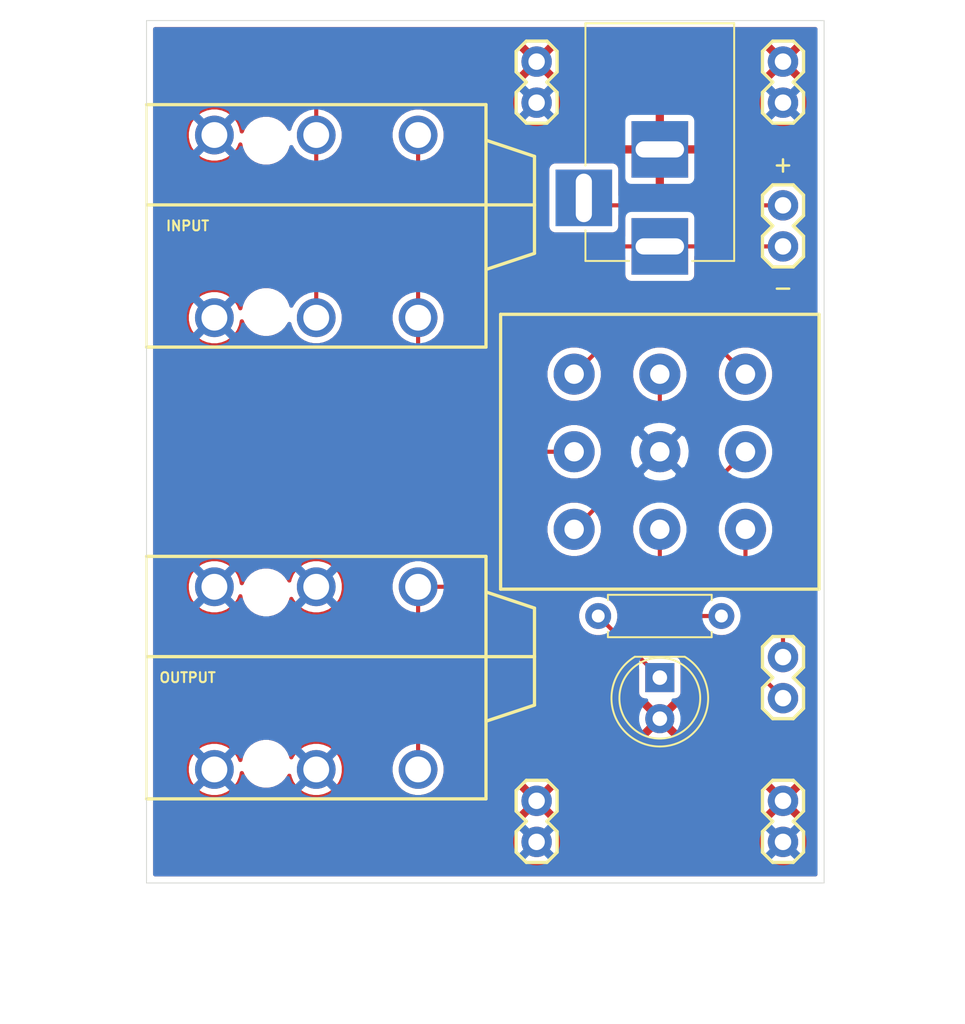
<source format=kicad_pcb>
(kicad_pcb (version 20171130) (host pcbnew "(5.1.4)-1")

  (general
    (thickness 1.6)
    (drawings 6)
    (tracks 43)
    (zones 0)
    (modules 15)
    (nets 12)
  )

  (page A4)
  (layers
    (0 F.Cu signal)
    (31 B.Cu signal)
    (32 B.Adhes user)
    (33 F.Adhes user)
    (34 B.Paste user)
    (35 F.Paste user)
    (36 B.SilkS user)
    (37 F.SilkS user)
    (38 B.Mask user)
    (39 F.Mask user)
    (40 Dwgs.User user)
    (41 Cmts.User user)
    (42 Eco1.User user)
    (43 Eco2.User user)
    (44 Edge.Cuts user)
    (45 Margin user)
    (46 B.CrtYd user)
    (47 F.CrtYd user)
    (48 B.Fab user)
    (49 F.Fab user)
  )

  (setup
    (last_trace_width 0.254)
    (trace_clearance 0.127)
    (zone_clearance 0.381)
    (zone_45_only no)
    (trace_min 0.127)
    (via_size 0.4572)
    (via_drill 0.254)
    (via_min_size 0.4572)
    (via_min_drill 0.254)
    (uvia_size 0.4572)
    (uvia_drill 0.254)
    (uvias_allowed no)
    (uvia_min_size 0.4572)
    (uvia_min_drill 0.254)
    (edge_width 0.05)
    (segment_width 0.2)
    (pcb_text_width 0.3)
    (pcb_text_size 1.5 1.5)
    (mod_edge_width 0.12)
    (mod_text_size 1 1)
    (mod_text_width 0.15)
    (pad_size 2.39776 2.39776)
    (pad_drill 1.59766)
    (pad_to_mask_clearance 0.0508)
    (solder_mask_min_width 0.1016)
    (aux_axis_origin 0 0)
    (visible_elements 7FFFFFFF)
    (pcbplotparams
      (layerselection 0x010fc_ffffffff)
      (usegerberextensions false)
      (usegerberattributes false)
      (usegerberadvancedattributes false)
      (creategerberjobfile false)
      (excludeedgelayer true)
      (linewidth 0.100000)
      (plotframeref false)
      (viasonmask false)
      (mode 1)
      (useauxorigin false)
      (hpglpennumber 1)
      (hpglpenspeed 20)
      (hpglpendiameter 15.000000)
      (psnegative false)
      (psa4output false)
      (plotreference true)
      (plotvalue true)
      (plotinvisibletext false)
      (padsonsilk false)
      (subtractmaskfromsilk false)
      (outputformat 1)
      (mirror false)
      (drillshape 1)
      (scaleselection 1)
      (outputdirectory ""))
  )

  (net 0 "")
  (net 1 Earth)
  (net 2 "Net-(BT1-Pad1)")
  (net 3 "Net-(D1-Pad1)")
  (net 4 VCC)
  (net 5 /OUTPUT)
  (net 6 /INPUT)
  (net 7 GND)
  (net 8 "Net-(RLED1-Pad2)")
  (net 9 "Net-(J4-PadT)")
  (net 10 "Net-(SW1-Pad1)")
  (net 11 "Net-(J3-PadT)")

  (net_class Default "This is the default net class."
    (clearance 0.127)
    (trace_width 0.254)
    (via_dia 0.4572)
    (via_drill 0.254)
    (uvia_dia 0.4572)
    (uvia_drill 0.254)
    (diff_pair_width 0.127)
    (diff_pair_gap 0.127)
    (add_net /INPUT)
    (add_net /OUTPUT)
    (add_net Earth)
    (add_net GND)
    (add_net "Net-(BT1-Pad1)")
    (add_net "Net-(D1-Pad1)")
    (add_net "Net-(J3-PadT)")
    (add_net "Net-(J4-PadT)")
    (add_net "Net-(RLED1-Pad2)")
    (add_net "Net-(SW1-Pad1)")
    (add_net VCC)
  )

  (module Sparkfun_Aesthetics:BREADBOARD_SPACING (layer F.Cu) (tedit 200000) (tstamp 5E54E457)
    (at 173.99 133.35 180)
    (descr "BREADBOARD SPACING")
    (tags "BREADBOARD SPACING")
    (attr virtual)
    (fp_text reference "" (at 0 0) (layer F.SilkS)
      (effects (font (size 1.524 1.524) (thickness 0.15)))
    )
    (fp_text value "" (at 0 0) (layer F.SilkS)
      (effects (font (size 1.524 1.524) (thickness 0.15)))
    )
    (fp_text user "Breadboard row spacing:" (at 14.605 -2.54) (layer Dwgs.User)
      (effects (font (size 1.27 1.27) (thickness 0.2032)))
    )
    (fp_line (start 21.59 -1.27) (end 21.59 1.27) (layer Dwgs.User) (width 0.254))
    (fp_line (start 24.13 -1.27) (end 24.13 1.27) (layer Dwgs.User) (width 0.254))
    (fp_line (start 11.43 -1.27) (end 11.43 1.27) (layer Dwgs.User) (width 0.254))
    (fp_line (start 8.89 -1.27) (end 8.89 1.27) (layer Dwgs.User) (width 0.254))
    (fp_line (start 6.35 -1.27) (end 6.35 1.27) (layer Dwgs.User) (width 0.254))
    (fp_line (start 3.81 -1.27) (end 3.81 1.27) (layer Dwgs.User) (width 0.254))
    (fp_line (start 13.97 -1.27) (end 13.97 1.27) (layer Dwgs.User) (width 0.254))
    (fp_line (start -3.81 -1.27) (end -3.81 1.27) (layer Dwgs.User) (width 0.254))
    (fp_line (start -6.35 -1.27) (end -6.35 1.27) (layer Dwgs.User) (width 0.254))
    (fp_line (start -8.89 -1.27) (end -8.89 1.27) (layer Dwgs.User) (width 0.254))
    (fp_line (start -11.43 -1.27) (end -11.43 1.27) (layer Dwgs.User) (width 0.254))
    (fp_line (start -13.97 -1.27) (end -13.97 1.27) (layer Dwgs.User) (width 0.254))
    (fp_line (start -21.59 -1.27) (end -21.59 1.27) (layer Dwgs.User) (width 0.254))
    (fp_line (start -24.13 -1.27) (end -24.13 1.27) (layer Dwgs.User) (width 0.254))
  )

  (module Sparkfun_Aesthetics:BREADBOARD_SPACING (layer F.Cu) (tedit 200000) (tstamp 5E54E41E)
    (at 179.07 133.35 180)
    (descr "BREADBOARD SPACING")
    (tags "BREADBOARD SPACING")
    (attr virtual)
    (fp_text reference "" (at 0 0) (layer F.SilkS)
      (effects (font (size 1.524 1.524) (thickness 0.15)))
    )
    (fp_text value "" (at 0 0) (layer F.SilkS)
      (effects (font (size 1.524 1.524) (thickness 0.15)))
    )
    (fp_line (start -24.13 -1.27) (end -24.13 1.27) (layer Dwgs.User) (width 0.254))
    (fp_line (start -21.59 -1.27) (end -21.59 1.27) (layer Dwgs.User) (width 0.254))
    (fp_line (start -13.97 -1.27) (end -13.97 1.27) (layer Dwgs.User) (width 0.254))
    (fp_line (start -11.43 -1.27) (end -11.43 1.27) (layer Dwgs.User) (width 0.254))
    (fp_line (start -8.89 -1.27) (end -8.89 1.27) (layer Dwgs.User) (width 0.254))
    (fp_line (start -6.35 -1.27) (end -6.35 1.27) (layer Dwgs.User) (width 0.254))
    (fp_line (start -3.81 -1.27) (end -3.81 1.27) (layer Dwgs.User) (width 0.254))
    (fp_line (start 13.97 -1.27) (end 13.97 1.27) (layer Dwgs.User) (width 0.254))
    (fp_line (start 3.81 -1.27) (end 3.81 1.27) (layer Dwgs.User) (width 0.254))
    (fp_line (start 6.35 -1.27) (end 6.35 1.27) (layer Dwgs.User) (width 0.254))
    (fp_line (start 8.89 -1.27) (end 8.89 1.27) (layer Dwgs.User) (width 0.254))
    (fp_line (start 11.43 -1.27) (end 11.43 1.27) (layer Dwgs.User) (width 0.254))
    (fp_line (start 24.13 -1.27) (end 24.13 1.27) (layer Dwgs.User) (width 0.254))
    (fp_line (start 21.59 -1.27) (end 21.59 1.27) (layer Dwgs.User) (width 0.254))
    (fp_text user "Breadboard row spacing:" (at 14.605 -2.54) (layer Dwgs.User)
      (effects (font (size 1.27 1.27) (thickness 0.2032)))
    )
  )

  (module Sparkfun_Switches:STOMP_SWITCH_3PDT (layer F.Cu) (tedit 5E5387A0) (tstamp 5E549203)
    (at 185.42 101.6)
    (descr "3-POLE, DOUBLE-THROW (3PDT) STOMP SWITCH")
    (tags "3-POLE, DOUBLE-THROW (3PDT) STOMP SWITCH")
    (path /5E53C189)
    (attr virtual)
    (fp_text reference SW1 (at 0 -9.144) (layer F.SilkS) hide
      (effects (font (size 0.6096 0.6096) (thickness 0.127)))
    )
    (fp_text value SW_3PDT (at 0 9.271) (layer F.SilkS) hide
      (effects (font (size 0.6096 0.6096) (thickness 0.127)))
    )
    (fp_circle (center 0 0) (end 0 -6.09854) (layer Dwgs.User) (width 0.127))
    (fp_line (start -4.29768 -5.99948) (end -6.2992 -5.99948) (layer Dwgs.User) (width 0.127))
    (fp_line (start -4.29768 5.99948) (end -4.29768 -5.99948) (layer Dwgs.User) (width 0.127))
    (fp_line (start -6.2992 5.99948) (end -4.29768 5.99948) (layer Dwgs.User) (width 0.127))
    (fp_line (start -6.2992 -5.99948) (end -6.2992 5.99948) (layer Dwgs.User) (width 0.127))
    (fp_line (start 6.2992 5.99948) (end 6.2992 -5.99948) (layer Dwgs.User) (width 0.127))
    (fp_line (start 4.29768 5.99948) (end 6.2992 5.99948) (layer Dwgs.User) (width 0.127))
    (fp_line (start 4.29768 -5.99948) (end 4.29768 5.99948) (layer Dwgs.User) (width 0.127))
    (fp_line (start 6.2992 -5.99948) (end 4.29768 -5.99948) (layer Dwgs.User) (width 0.127))
    (fp_line (start -0.99822 -5.99948) (end 0.99822 -5.99948) (layer Dwgs.User) (width 0.127))
    (fp_line (start -0.99822 5.99948) (end -0.99822 -5.99948) (layer Dwgs.User) (width 0.127))
    (fp_line (start 0.99822 5.99948) (end -0.99822 5.99948) (layer Dwgs.User) (width 0.127))
    (fp_line (start 0.99822 -5.99948) (end 0.99822 5.99948) (layer Dwgs.User) (width 0.127))
    (fp_line (start -9.84758 8.49884) (end -9.84758 -8.49884) (layer F.SilkS) (width 0.2032))
    (fp_line (start 9.84758 8.49884) (end -9.84758 8.49884) (layer F.SilkS) (width 0.2032))
    (fp_line (start 9.84758 -8.49884) (end 9.84758 8.49884) (layer F.SilkS) (width 0.2032))
    (fp_line (start -9.84758 -8.49884) (end 9.84758 -8.49884) (layer F.SilkS) (width 0.2032))
    (pad 9 thru_hole circle (at 5.29844 4.79806) (size 2.54 2.54) (drill 1.19888) (layers *.Cu *.Mask)
      (net 5 /OUTPUT) (solder_mask_margin 0.1016))
    (pad 8 thru_hole circle (at 5.29844 0) (size 2.54 2.54) (drill 1.19888) (layers *.Cu *.Mask)
      (net 9 "Net-(J4-PadT)") (solder_mask_margin 0.1016))
    (pad 7 thru_hole circle (at 5.29844 -4.79806) (size 2.54 2.54) (drill 1.19888) (layers *.Cu *.Mask)
      (net 10 "Net-(SW1-Pad1)") (solder_mask_margin 0.1016))
    (pad 6 thru_hole circle (at 0 4.79806) (size 2.54 2.54) (drill 1.19888) (layers *.Cu *.Mask)
      (net 8 "Net-(RLED1-Pad2)") (solder_mask_margin 0.1016))
    (pad 5 thru_hole circle (at 0 0) (size 2.54 2.54) (drill 1.19888) (layers *.Cu *.Mask)
      (net 7 GND) (solder_mask_margin 0.1016))
    (pad 4 thru_hole circle (at 0 -4.79806) (size 2.54 2.54) (drill 1.19888) (layers *.Cu *.Mask)
      (net 6 /INPUT) (solder_mask_margin 0.1016))
    (pad 3 thru_hole circle (at -5.29844 4.79806) (size 2.54 2.54) (drill 1.19888) (layers *.Cu *.Mask)
      (net 6 /INPUT) (solder_mask_margin 0.1016))
    (pad 2 thru_hole circle (at -5.29844 0) (size 2.54 2.54) (drill 1.19888) (layers *.Cu *.Mask)
      (net 11 "Net-(J3-PadT)") (solder_mask_margin 0.1016))
    (pad 1 thru_hole circle (at -5.29844 -4.79806) (size 2.54 2.54) (drill 1.19888) (layers *.Cu *.Mask)
      (net 10 "Net-(SW1-Pad1)") (solder_mask_margin 0.1016))
  )

  (module Resistors_THT:R_Axial_DIN0207_L6.3mm_D2.5mm_P7.62mm_Horizontal (layer F.Cu) (tedit 5874F706) (tstamp 5E54C460)
    (at 181.61 111.76)
    (descr "Resistor, Axial_DIN0207 series, Axial, Horizontal, pin pitch=7.62mm, 0.25W = 1/4W, length*diameter=6.3*2.5mm^2, http://cdn-reichelt.de/documents/datenblatt/B400/1_4W%23YAG.pdf")
    (tags "Resistor Axial_DIN0207 series Axial Horizontal pin pitch 7.62mm 0.25W = 1/4W length 6.3mm diameter 2.5mm")
    (path /5E5449F4)
    (fp_text reference RLED1 (at 3.81 -2.31) (layer F.SilkS) hide
      (effects (font (size 1 1) (thickness 0.15)))
    )
    (fp_text value R (at 3.81 2.31) (layer F.Fab)
      (effects (font (size 1 1) (thickness 0.15)))
    )
    (fp_line (start 0.66 -1.25) (end 0.66 1.25) (layer F.Fab) (width 0.1))
    (fp_line (start 0.66 1.25) (end 6.96 1.25) (layer F.Fab) (width 0.1))
    (fp_line (start 6.96 1.25) (end 6.96 -1.25) (layer F.Fab) (width 0.1))
    (fp_line (start 6.96 -1.25) (end 0.66 -1.25) (layer F.Fab) (width 0.1))
    (fp_line (start 0 0) (end 0.66 0) (layer F.Fab) (width 0.1))
    (fp_line (start 7.62 0) (end 6.96 0) (layer F.Fab) (width 0.1))
    (fp_line (start 0.6 -0.98) (end 0.6 -1.31) (layer F.SilkS) (width 0.12))
    (fp_line (start 0.6 -1.31) (end 7.02 -1.31) (layer F.SilkS) (width 0.12))
    (fp_line (start 7.02 -1.31) (end 7.02 -0.98) (layer F.SilkS) (width 0.12))
    (fp_line (start 0.6 0.98) (end 0.6 1.31) (layer F.SilkS) (width 0.12))
    (fp_line (start 0.6 1.31) (end 7.02 1.31) (layer F.SilkS) (width 0.12))
    (fp_line (start 7.02 1.31) (end 7.02 0.98) (layer F.SilkS) (width 0.12))
    (fp_line (start -1.05 -1.6) (end -1.05 1.6) (layer F.CrtYd) (width 0.05))
    (fp_line (start -1.05 1.6) (end 8.7 1.6) (layer F.CrtYd) (width 0.05))
    (fp_line (start 8.7 1.6) (end 8.7 -1.6) (layer F.CrtYd) (width 0.05))
    (fp_line (start 8.7 -1.6) (end -1.05 -1.6) (layer F.CrtYd) (width 0.05))
    (pad 1 thru_hole circle (at 0 0) (size 1.6 1.6) (drill 0.8) (layers *.Cu *.Mask)
      (net 3 "Net-(D1-Pad1)"))
    (pad 2 thru_hole oval (at 7.62 0) (size 1.6 1.6) (drill 0.8) (layers *.Cu *.Mask)
      (net 8 "Net-(RLED1-Pad2)"))
    (model ${KISYS3DMOD}/Resistors_THT.3dshapes/R_Axial_DIN0207_L6.3mm_D2.5mm_P7.62mm_Horizontal.wrl
      (at (xyz 0 0 0))
      (scale (xyz 0.393701 0.393701 0.393701))
      (rotate (xyz 0 0 0))
    )
  )

  (module Sparkfun_Connectors:1X02 (layer F.Cu) (tedit 5963D0E5) (tstamp 5E549128)
    (at 193.04 86.36 270)
    (descr "PLATED THROUGH HOLE")
    (tags "PLATED THROUGH HOLE")
    (path /5E555E32)
    (attr virtual)
    (fp_text reference BT1 (at 0 -1.905 90) (layer F.SilkS) hide
      (effects (font (size 0.6096 0.6096) (thickness 0.127)))
    )
    (fp_text value 9V (at 0 1.905 90) (layer F.SilkS) hide
      (effects (font (size 0.6096 0.6096) (thickness 0.127)))
    )
    (fp_line (start 3.81 -0.635) (end 3.81 0.635) (layer F.SilkS) (width 0.2032))
    (fp_line (start 0.635 1.27) (end -0.635 1.27) (layer F.SilkS) (width 0.2032))
    (fp_line (start -1.27 0.635) (end -0.635 1.27) (layer F.SilkS) (width 0.2032))
    (fp_line (start -0.635 -1.27) (end -1.27 -0.635) (layer F.SilkS) (width 0.2032))
    (fp_line (start -1.27 -0.635) (end -1.27 0.635) (layer F.SilkS) (width 0.2032))
    (fp_line (start 1.905 1.27) (end 1.27 0.635) (layer F.SilkS) (width 0.2032))
    (fp_line (start 3.175 1.27) (end 1.905 1.27) (layer F.SilkS) (width 0.2032))
    (fp_line (start 3.81 0.635) (end 3.175 1.27) (layer F.SilkS) (width 0.2032))
    (fp_line (start 3.175 -1.27) (end 3.81 -0.635) (layer F.SilkS) (width 0.2032))
    (fp_line (start 1.905 -1.27) (end 3.175 -1.27) (layer F.SilkS) (width 0.2032))
    (fp_line (start 1.27 -0.635) (end 1.905 -1.27) (layer F.SilkS) (width 0.2032))
    (fp_line (start 1.27 0.635) (end 0.635 1.27) (layer F.SilkS) (width 0.2032))
    (fp_line (start 0.635 -1.27) (end 1.27 -0.635) (layer F.SilkS) (width 0.2032))
    (fp_line (start -0.635 -1.27) (end 0.635 -1.27) (layer F.SilkS) (width 0.2032))
    (pad 2 thru_hole circle (at 2.54 0 270) (size 1.8796 1.8796) (drill 1.016) (layers *.Cu *.Mask)
      (net 1 Earth) (solder_mask_margin 0.1016))
    (pad 1 thru_hole circle (at 0 0 270) (size 1.8796 1.8796) (drill 1.016) (layers *.Cu *.Mask)
      (net 2 "Net-(BT1-Pad1)") (solder_mask_margin 0.1016))
  )

  (module LEDs:LED_D5.0mm (layer F.Cu) (tedit 5995936A) (tstamp 5E54912B)
    (at 185.42 115.57 270)
    (descr "LED, diameter 5.0mm, 2 pins, http://cdn-reichelt.de/documents/datenblatt/A500/LL-504BC2E-009.pdf")
    (tags "LED diameter 5.0mm 2 pins")
    (path /5E543A7A)
    (fp_text reference D1 (at 1.27 -3.96 90) (layer F.SilkS) hide
      (effects (font (size 1 1) (thickness 0.15)))
    )
    (fp_text value LED (at 1.27 3.96 90) (layer F.Fab)
      (effects (font (size 1 1) (thickness 0.15)))
    )
    (fp_arc (start 1.27 0) (end -1.23 -1.469694) (angle 299.1) (layer F.Fab) (width 0.1))
    (fp_arc (start 1.27 0) (end -1.29 -1.54483) (angle 148.9) (layer F.SilkS) (width 0.12))
    (fp_arc (start 1.27 0) (end -1.29 1.54483) (angle -148.9) (layer F.SilkS) (width 0.12))
    (fp_circle (center 1.27 0) (end 3.77 0) (layer F.Fab) (width 0.1))
    (fp_circle (center 1.27 0) (end 3.77 0) (layer F.SilkS) (width 0.12))
    (fp_line (start -1.23 -1.469694) (end -1.23 1.469694) (layer F.Fab) (width 0.1))
    (fp_line (start -1.29 -1.545) (end -1.29 1.545) (layer F.SilkS) (width 0.12))
    (fp_line (start -1.95 -3.25) (end -1.95 3.25) (layer F.CrtYd) (width 0.05))
    (fp_line (start -1.95 3.25) (end 4.5 3.25) (layer F.CrtYd) (width 0.05))
    (fp_line (start 4.5 3.25) (end 4.5 -3.25) (layer F.CrtYd) (width 0.05))
    (fp_line (start 4.5 -3.25) (end -1.95 -3.25) (layer F.CrtYd) (width 0.05))
    (fp_text user %R (at 1.25 0 90) (layer F.Fab)
      (effects (font (size 0.8 0.8) (thickness 0.2)))
    )
    (pad 1 thru_hole rect (at 0 0 270) (size 1.8 1.8) (drill 0.9) (layers *.Cu *.Mask)
      (net 3 "Net-(D1-Pad1)"))
    (pad 2 thru_hole circle (at 2.54 0 270) (size 1.8 1.8) (drill 0.9) (layers *.Cu *.Mask)
      (net 4 VCC))
    (model ${KISYS3DMOD}/LEDs.3dshapes/LED_D5.0mm.wrl
      (at (xyz 0 0 0))
      (scale (xyz 0.393701 0.393701 0.393701))
      (rotate (xyz 0 0 0))
    )
  )

  (module Connectors:BARREL_JACK (layer F.Cu) (tedit 5861378E) (tstamp 5E54912E)
    (at 185.42 88.9 270)
    (descr "DC Barrel Jack")
    (tags "Power Jack")
    (path /5E53762F)
    (fp_text reference J1 (at -8.45 5.75 270) (layer F.SilkS) hide
      (effects (font (size 1 1) (thickness 0.15)))
    )
    (fp_text value Power (at -6.2 -5.5 90) (layer F.Fab)
      (effects (font (size 1 1) (thickness 0.15)))
    )
    (fp_line (start 1 -4.5) (end 1 -4.75) (layer F.CrtYd) (width 0.05))
    (fp_line (start 1 -4.75) (end -14 -4.75) (layer F.CrtYd) (width 0.05))
    (fp_line (start 1 -4.5) (end 1 -2) (layer F.CrtYd) (width 0.05))
    (fp_line (start 1 -2) (end 2 -2) (layer F.CrtYd) (width 0.05))
    (fp_line (start 2 -2) (end 2 2) (layer F.CrtYd) (width 0.05))
    (fp_line (start 2 2) (end 1 2) (layer F.CrtYd) (width 0.05))
    (fp_line (start 1 2) (end 1 4.75) (layer F.CrtYd) (width 0.05))
    (fp_line (start 1 4.75) (end -1 4.75) (layer F.CrtYd) (width 0.05))
    (fp_line (start -1 4.75) (end -1 6.75) (layer F.CrtYd) (width 0.05))
    (fp_line (start -1 6.75) (end -5 6.75) (layer F.CrtYd) (width 0.05))
    (fp_line (start -5 6.75) (end -5 4.75) (layer F.CrtYd) (width 0.05))
    (fp_line (start -5 4.75) (end -14 4.75) (layer F.CrtYd) (width 0.05))
    (fp_line (start -14 4.75) (end -14 -4.75) (layer F.CrtYd) (width 0.05))
    (fp_line (start -5 4.6) (end -13.8 4.6) (layer F.SilkS) (width 0.12))
    (fp_line (start -13.8 4.6) (end -13.8 -4.6) (layer F.SilkS) (width 0.12))
    (fp_line (start 0.9 1.9) (end 0.9 4.6) (layer F.SilkS) (width 0.12))
    (fp_line (start 0.9 4.6) (end -1 4.6) (layer F.SilkS) (width 0.12))
    (fp_line (start -13.8 -4.6) (end 0.9 -4.6) (layer F.SilkS) (width 0.12))
    (fp_line (start 0.9 -4.6) (end 0.9 -2) (layer F.SilkS) (width 0.12))
    (fp_line (start -10.2 -4.5) (end -10.2 4.5) (layer F.Fab) (width 0.1))
    (fp_line (start -13.7 -4.5) (end -13.7 4.5) (layer F.Fab) (width 0.1))
    (fp_line (start -13.7 4.5) (end 0.8 4.5) (layer F.Fab) (width 0.1))
    (fp_line (start 0.8 4.5) (end 0.8 -4.5) (layer F.Fab) (width 0.1))
    (fp_line (start 0.8 -4.5) (end -13.7 -4.5) (layer F.Fab) (width 0.1))
    (pad 1 thru_hole rect (at 0 0 270) (size 3.5 3.5) (drill oval 1 3) (layers *.Cu *.Mask)
      (net 1 Earth))
    (pad 2 thru_hole rect (at -6 0 270) (size 3.5 3.5) (drill oval 1 3) (layers *.Cu *.Mask)
      (net 4 VCC))
    (pad 3 thru_hole rect (at -3 4.7 270) (size 3.5 3.5) (drill oval 3 1) (layers *.Cu *.Mask)
      (net 2 "Net-(BT1-Pad1)"))
  )

  (module Sparkfun_Connectors:1X02 (layer F.Cu) (tedit 5963D0E5) (tstamp 5E549142)
    (at 193.04 114.3 270)
    (descr "PLATED THROUGH HOLE")
    (tags "PLATED THROUGH HOLE")
    (path /5E54E905)
    (attr virtual)
    (fp_text reference J2 (at 0 -1.905 90) (layer F.SilkS) hide
      (effects (font (size 0.6096 0.6096) (thickness 0.127)))
    )
    (fp_text value Conn_01x02 (at 0 1.905 90) (layer F.SilkS) hide
      (effects (font (size 0.6096 0.6096) (thickness 0.127)))
    )
    (fp_line (start 3.81 -0.635) (end 3.81 0.635) (layer F.SilkS) (width 0.2032))
    (fp_line (start 0.635 1.27) (end -0.635 1.27) (layer F.SilkS) (width 0.2032))
    (fp_line (start -1.27 0.635) (end -0.635 1.27) (layer F.SilkS) (width 0.2032))
    (fp_line (start -0.635 -1.27) (end -1.27 -0.635) (layer F.SilkS) (width 0.2032))
    (fp_line (start -1.27 -0.635) (end -1.27 0.635) (layer F.SilkS) (width 0.2032))
    (fp_line (start 1.905 1.27) (end 1.27 0.635) (layer F.SilkS) (width 0.2032))
    (fp_line (start 3.175 1.27) (end 1.905 1.27) (layer F.SilkS) (width 0.2032))
    (fp_line (start 3.81 0.635) (end 3.175 1.27) (layer F.SilkS) (width 0.2032))
    (fp_line (start 3.175 -1.27) (end 3.81 -0.635) (layer F.SilkS) (width 0.2032))
    (fp_line (start 1.905 -1.27) (end 3.175 -1.27) (layer F.SilkS) (width 0.2032))
    (fp_line (start 1.27 -0.635) (end 1.905 -1.27) (layer F.SilkS) (width 0.2032))
    (fp_line (start 1.27 0.635) (end 0.635 1.27) (layer F.SilkS) (width 0.2032))
    (fp_line (start 0.635 -1.27) (end 1.27 -0.635) (layer F.SilkS) (width 0.2032))
    (fp_line (start -0.635 -1.27) (end 0.635 -1.27) (layer F.SilkS) (width 0.2032))
    (pad 2 thru_hole circle (at 2.54 0 270) (size 1.8796 1.8796) (drill 1.016) (layers *.Cu *.Mask)
      (net 5 /OUTPUT) (solder_mask_margin 0.1016))
    (pad 1 thru_hole circle (at 0 0 270) (size 1.8796 1.8796) (drill 1.016) (layers *.Cu *.Mask)
      (net 6 /INPUT) (solder_mask_margin 0.1016))
  )

  (module Sparkfun_Connectors:AUDIO_JACK_0.25%5c%22_TRS_PTH_RA (layer F.Cu) (tedit 5E5387EE) (tstamp 5E54916A)
    (at 153.67 86.36)
    (descr "RIGHT ANGLE -1/4\" STEREO JACK")
    (tags "RIGHT ANGLE -1/4\" STEREO JACK")
    (path /5E538E9A)
    (attr virtual)
    (fp_text reference J3 (at 9.144 1.4732) (layer F.SilkS) hide
      (effects (font (size 0.6096 0.6096) (thickness 0.127)))
    )
    (fp_text value INPUT (at 2.54 1.27) (layer F.SilkS)
      (effects (font (size 0.6096 0.6096) (thickness 0.127)))
    )
    (fp_line (start 0 -8.74776) (end 0 8.74776) (layer Dwgs.User) (width 0.127))
    (fp_line (start -5.99948 -8.74776) (end -5.99948 8.74776) (layer Dwgs.User) (width 0.127))
    (fp_line (start -5.99948 8.74776) (end 0 8.74776) (layer Dwgs.User) (width 0.127))
    (fp_line (start -5.99948 -8.74776) (end 0 -8.74776) (layer Dwgs.User) (width 0.127))
    (fp_line (start -8.99922 -0.02794) (end -8.09752 -0.02794) (layer Dwgs.User) (width 0.127))
    (fp_line (start 23.99792 2.96926) (end 20.99818 3.96748) (layer F.SilkS) (width 0.2032))
    (fp_line (start 23.99792 -3.02768) (end 20.99818 -4.02844) (layer F.SilkS) (width 0.2032))
    (fp_line (start -1.99898 -4.52882) (end -0.99822 4.46786) (layer Dwgs.User) (width 0.127))
    (fp_line (start -2.99974 -4.52882) (end -1.99898 4.46786) (layer Dwgs.User) (width 0.127))
    (fp_line (start -3.99796 -4.52882) (end -2.99974 4.46786) (layer Dwgs.User) (width 0.127))
    (fp_line (start -4.99872 -4.52882) (end -3.99796 4.46786) (layer Dwgs.User) (width 0.127))
    (fp_line (start -5.99948 -4.52882) (end -4.99872 4.46786) (layer Dwgs.User) (width 0.127))
    (fp_line (start -6.9977 -4.52882) (end -5.99948 4.46786) (layer Dwgs.User) (width 0.127))
    (fp_line (start -7.99846 -4.52882) (end -6.9977 4.46786) (layer Dwgs.User) (width 0.127))
    (fp_line (start -8.99922 -0.02794) (end -8.99922 -5.52958) (layer Dwgs.User) (width 0.127))
    (fp_line (start -8.99922 5.46862) (end -8.99922 -0.02794) (layer Dwgs.User) (width 0.127))
    (fp_line (start 0 5.46862) (end -8.99922 5.46862) (layer Dwgs.User) (width 0.127))
    (fp_line (start 0 -5.52958) (end 0 5.46862) (layer Dwgs.User) (width 0.127))
    (fp_line (start -8.99922 -5.52958) (end 0 -5.52958) (layer Dwgs.User) (width 0.127))
    (fp_line (start 23.99792 -0.02794) (end 23.99792 2.96926) (layer F.SilkS) (width 0.2032))
    (fp_line (start 23.99792 -0.02794) (end 23.99792 -3.02768) (layer F.SilkS) (width 0.2032))
    (fp_line (start 0.09398 -0.02794) (end 23.99792 -0.02794) (layer F.SilkS) (width 0.2032))
    (fp_line (start 20.99818 -6.22808) (end 0 -6.22808) (layer F.SilkS) (width 0.2032))
    (fp_line (start 20.99818 -4.02844) (end 20.99818 -6.22808) (layer F.SilkS) (width 0.2032))
    (fp_line (start 20.99818 3.96748) (end 20.99818 -4.02844) (layer F.SilkS) (width 0.2032))
    (fp_line (start 20.99818 8.76808) (end 20.99818 3.96748) (layer F.SilkS) (width 0.2032))
    (fp_line (start 0 8.76808) (end 20.99818 8.76808) (layer F.SilkS) (width 0.2032))
    (fp_line (start 0 -6.22808) (end 0 8.76808) (layer F.SilkS) (width 0.127))
    (pad "" np_thru_hole circle (at 7.39902 6.59892) (size 2.19964 2.19964) (drill 2.19964) (layers *.Cu *.Mask)
      (solder_mask_margin 0.1016))
    (pad "" np_thru_hole circle (at 7.39902 -3.99796) (size 2.19964 2.19964) (drill 2.19964) (layers *.Cu *.Mask)
      (solder_mask_margin 0.1016))
    (pad T thru_hole circle (at 16.79956 -4.34848) (size 2.39776 2.39776) (drill 1.59766) (layers *.Cu *.Mask)
      (net 11 "Net-(J3-PadT)") (solder_mask_margin 0.1016))
    (pad T thru_hole circle (at 16.79956 6.94944) (size 2.39776 2.39776) (drill 1.59766) (layers *.Cu *.Mask)
      (net 11 "Net-(J3-PadT)") (solder_mask_margin 0.1016))
    (pad S thru_hole circle (at 4.19862 -4.34848) (size 2.39776 2.39776) (drill 1.59766) (layers *.Cu *.Mask)
      (net 7 GND) (solder_mask_margin 0.1016))
    (pad S thru_hole circle (at 4.19862 6.94944) (size 2.39776 2.39776) (drill 1.59766) (layers *.Cu *.Mask)
      (net 7 GND) (solder_mask_margin 0.1016))
    (pad R thru_hole circle (at 10.49782 -4.34848) (size 2.39776 2.39776) (drill 1.59766) (layers *.Cu *.Mask)
      (net 1 Earth) (solder_mask_margin 0.1016))
    (pad R thru_hole circle (at 10.49782 6.94944) (size 2.39776 2.39776) (drill 1.59766) (layers *.Cu *.Mask)
      (net 1 Earth) (solder_mask_margin 0.1016))
  )

  (module Sparkfun_Connectors:AUDIO_JACK_0.25%5c%22_TRS_PTH_RA (layer F.Cu) (tedit 5E5387FF) (tstamp 5E549192)
    (at 153.67 114.3)
    (descr "RIGHT ANGLE -1/4\" STEREO JACK")
    (tags "RIGHT ANGLE -1/4\" STEREO JACK")
    (path /5E53A400)
    (attr virtual)
    (fp_text reference J4 (at 9.144 1.4732) (layer F.SilkS) hide
      (effects (font (size 0.6096 0.6096) (thickness 0.127)))
    )
    (fp_text value OUTPUT (at 2.54 1.27) (layer F.SilkS)
      (effects (font (size 0.6096 0.6096) (thickness 0.127)))
    )
    (fp_line (start 0 -8.74776) (end 0 8.74776) (layer Dwgs.User) (width 0.127))
    (fp_line (start -5.99948 -8.74776) (end -5.99948 8.74776) (layer Dwgs.User) (width 0.127))
    (fp_line (start -5.99948 8.74776) (end 0 8.74776) (layer Dwgs.User) (width 0.127))
    (fp_line (start -5.99948 -8.74776) (end 0 -8.74776) (layer Dwgs.User) (width 0.127))
    (fp_line (start -8.99922 -0.02794) (end -8.09752 -0.02794) (layer Dwgs.User) (width 0.127))
    (fp_line (start 23.99792 2.96926) (end 20.99818 3.96748) (layer F.SilkS) (width 0.2032))
    (fp_line (start 23.99792 -3.02768) (end 20.99818 -4.02844) (layer F.SilkS) (width 0.2032))
    (fp_line (start -1.99898 -4.52882) (end -0.99822 4.46786) (layer Dwgs.User) (width 0.127))
    (fp_line (start -2.99974 -4.52882) (end -1.99898 4.46786) (layer Dwgs.User) (width 0.127))
    (fp_line (start -3.99796 -4.52882) (end -2.99974 4.46786) (layer Dwgs.User) (width 0.127))
    (fp_line (start -4.99872 -4.52882) (end -3.99796 4.46786) (layer Dwgs.User) (width 0.127))
    (fp_line (start -5.99948 -4.52882) (end -4.99872 4.46786) (layer Dwgs.User) (width 0.127))
    (fp_line (start -6.9977 -4.52882) (end -5.99948 4.46786) (layer Dwgs.User) (width 0.127))
    (fp_line (start -7.99846 -4.52882) (end -6.9977 4.46786) (layer Dwgs.User) (width 0.127))
    (fp_line (start -8.99922 -0.02794) (end -8.99922 -5.52958) (layer Dwgs.User) (width 0.127))
    (fp_line (start -8.99922 5.46862) (end -8.99922 -0.02794) (layer Dwgs.User) (width 0.127))
    (fp_line (start 0 5.46862) (end -8.99922 5.46862) (layer Dwgs.User) (width 0.127))
    (fp_line (start 0 -5.52958) (end 0 5.46862) (layer Dwgs.User) (width 0.127))
    (fp_line (start -8.99922 -5.52958) (end 0 -5.52958) (layer Dwgs.User) (width 0.127))
    (fp_line (start 23.99792 -0.02794) (end 23.99792 2.96926) (layer F.SilkS) (width 0.2032))
    (fp_line (start 23.99792 -0.02794) (end 23.99792 -3.02768) (layer F.SilkS) (width 0.2032))
    (fp_line (start 0.09398 -0.02794) (end 23.99792 -0.02794) (layer F.SilkS) (width 0.2032))
    (fp_line (start 20.99818 -6.22808) (end 0 -6.22808) (layer F.SilkS) (width 0.2032))
    (fp_line (start 20.99818 -4.02844) (end 20.99818 -6.22808) (layer F.SilkS) (width 0.2032))
    (fp_line (start 20.99818 3.96748) (end 20.99818 -4.02844) (layer F.SilkS) (width 0.2032))
    (fp_line (start 20.99818 8.76808) (end 20.99818 3.96748) (layer F.SilkS) (width 0.2032))
    (fp_line (start 0 8.76808) (end 20.99818 8.76808) (layer F.SilkS) (width 0.2032))
    (fp_line (start 0 -6.22808) (end 0 8.76808) (layer F.SilkS) (width 0.127))
    (pad "" np_thru_hole circle (at 7.39902 6.59892) (size 2.19964 2.19964) (drill 2.19964) (layers *.Cu *.Mask)
      (solder_mask_margin 0.1016))
    (pad "" np_thru_hole circle (at 7.39902 -3.99796) (size 2.19964 2.19964) (drill 2.19964) (layers *.Cu *.Mask)
      (solder_mask_margin 0.1016))
    (pad T thru_hole circle (at 16.79956 -4.34848) (size 2.39776 2.39776) (drill 1.59766) (layers *.Cu *.Mask)
      (net 9 "Net-(J4-PadT)") (solder_mask_margin 0.1016))
    (pad T thru_hole circle (at 16.79956 6.94944) (size 2.39776 2.39776) (drill 1.59766) (layers *.Cu *.Mask)
      (net 9 "Net-(J4-PadT)") (solder_mask_margin 0.1016))
    (pad S thru_hole circle (at 4.19862 -4.34848) (size 2.39776 2.39776) (drill 1.59766) (layers *.Cu *.Mask)
      (net 7 GND) (solder_mask_margin 0.1016))
    (pad S thru_hole circle (at 4.19862 6.94944) (size 2.39776 2.39776) (drill 1.59766) (layers *.Cu *.Mask)
      (net 7 GND) (solder_mask_margin 0.1016))
    (pad R thru_hole circle (at 10.49782 -4.34848) (size 2.39776 2.39776) (drill 1.59766) (layers *.Cu *.Mask)
      (net 7 GND) (solder_mask_margin 0.1016))
    (pad R thru_hole circle (at 10.49782 6.94944) (size 2.39776 2.39776) (drill 1.59766) (layers *.Cu *.Mask)
      (net 7 GND) (solder_mask_margin 0.1016))
  )

  (module Sparkfun_Connectors:1X02 (layer F.Cu) (tedit 5963D0E5) (tstamp 5E5491A6)
    (at 177.8 77.47 270)
    (descr "PLATED THROUGH HOLE")
    (tags "PLATED THROUGH HOLE")
    (path /5E56ECF4)
    (attr virtual)
    (fp_text reference J5 (at 0 -1.905 90) (layer F.SilkS) hide
      (effects (font (size 0.6096 0.6096) (thickness 0.127)))
    )
    (fp_text value Conn_01x02 (at 0 1.905 90) (layer F.SilkS) hide
      (effects (font (size 0.6096 0.6096) (thickness 0.127)))
    )
    (fp_line (start 3.81 -0.635) (end 3.81 0.635) (layer F.SilkS) (width 0.2032))
    (fp_line (start 0.635 1.27) (end -0.635 1.27) (layer F.SilkS) (width 0.2032))
    (fp_line (start -1.27 0.635) (end -0.635 1.27) (layer F.SilkS) (width 0.2032))
    (fp_line (start -0.635 -1.27) (end -1.27 -0.635) (layer F.SilkS) (width 0.2032))
    (fp_line (start -1.27 -0.635) (end -1.27 0.635) (layer F.SilkS) (width 0.2032))
    (fp_line (start 1.905 1.27) (end 1.27 0.635) (layer F.SilkS) (width 0.2032))
    (fp_line (start 3.175 1.27) (end 1.905 1.27) (layer F.SilkS) (width 0.2032))
    (fp_line (start 3.81 0.635) (end 3.175 1.27) (layer F.SilkS) (width 0.2032))
    (fp_line (start 3.175 -1.27) (end 3.81 -0.635) (layer F.SilkS) (width 0.2032))
    (fp_line (start 1.905 -1.27) (end 3.175 -1.27) (layer F.SilkS) (width 0.2032))
    (fp_line (start 1.27 -0.635) (end 1.905 -1.27) (layer F.SilkS) (width 0.2032))
    (fp_line (start 1.27 0.635) (end 0.635 1.27) (layer F.SilkS) (width 0.2032))
    (fp_line (start 0.635 -1.27) (end 1.27 -0.635) (layer F.SilkS) (width 0.2032))
    (fp_line (start -0.635 -1.27) (end 0.635 -1.27) (layer F.SilkS) (width 0.2032))
    (pad 2 thru_hole circle (at 2.54 0 270) (size 1.8796 1.8796) (drill 1.016) (layers *.Cu *.Mask)
      (net 7 GND) (solder_mask_margin 0.1016))
    (pad 1 thru_hole circle (at 0 0 270) (size 1.8796 1.8796) (drill 1.016) (layers *.Cu *.Mask)
      (net 4 VCC) (solder_mask_margin 0.1016))
  )

  (module Sparkfun_Connectors:1X02 (layer F.Cu) (tedit 5963D0E5) (tstamp 5E5491BA)
    (at 193.04 77.47 270)
    (descr "PLATED THROUGH HOLE")
    (tags "PLATED THROUGH HOLE")
    (path /5E570E6F)
    (attr virtual)
    (fp_text reference J6 (at 0 -1.905 90) (layer F.SilkS) hide
      (effects (font (size 0.6096 0.6096) (thickness 0.127)))
    )
    (fp_text value Conn_01x02 (at 0 1.905 90) (layer F.SilkS) hide
      (effects (font (size 0.6096 0.6096) (thickness 0.127)))
    )
    (fp_line (start 3.81 -0.635) (end 3.81 0.635) (layer F.SilkS) (width 0.2032))
    (fp_line (start 0.635 1.27) (end -0.635 1.27) (layer F.SilkS) (width 0.2032))
    (fp_line (start -1.27 0.635) (end -0.635 1.27) (layer F.SilkS) (width 0.2032))
    (fp_line (start -0.635 -1.27) (end -1.27 -0.635) (layer F.SilkS) (width 0.2032))
    (fp_line (start -1.27 -0.635) (end -1.27 0.635) (layer F.SilkS) (width 0.2032))
    (fp_line (start 1.905 1.27) (end 1.27 0.635) (layer F.SilkS) (width 0.2032))
    (fp_line (start 3.175 1.27) (end 1.905 1.27) (layer F.SilkS) (width 0.2032))
    (fp_line (start 3.81 0.635) (end 3.175 1.27) (layer F.SilkS) (width 0.2032))
    (fp_line (start 3.175 -1.27) (end 3.81 -0.635) (layer F.SilkS) (width 0.2032))
    (fp_line (start 1.905 -1.27) (end 3.175 -1.27) (layer F.SilkS) (width 0.2032))
    (fp_line (start 1.27 -0.635) (end 1.905 -1.27) (layer F.SilkS) (width 0.2032))
    (fp_line (start 1.27 0.635) (end 0.635 1.27) (layer F.SilkS) (width 0.2032))
    (fp_line (start 0.635 -1.27) (end 1.27 -0.635) (layer F.SilkS) (width 0.2032))
    (fp_line (start -0.635 -1.27) (end 0.635 -1.27) (layer F.SilkS) (width 0.2032))
    (pad 2 thru_hole circle (at 2.54 0 270) (size 1.8796 1.8796) (drill 1.016) (layers *.Cu *.Mask)
      (net 7 GND) (solder_mask_margin 0.1016))
    (pad 1 thru_hole circle (at 0 0 270) (size 1.8796 1.8796) (drill 1.016) (layers *.Cu *.Mask)
      (net 4 VCC) (solder_mask_margin 0.1016))
  )

  (module Sparkfun_Connectors:1X02 (layer F.Cu) (tedit 5963D0E5) (tstamp 5E5491CE)
    (at 177.8 123.19 270)
    (descr "PLATED THROUGH HOLE")
    (tags "PLATED THROUGH HOLE")
    (path /5E57DB2E)
    (attr virtual)
    (fp_text reference J7 (at 0 -1.905 90) (layer F.SilkS) hide
      (effects (font (size 0.6096 0.6096) (thickness 0.127)))
    )
    (fp_text value Conn_01x02 (at 0 1.905 90) (layer F.SilkS) hide
      (effects (font (size 0.6096 0.6096) (thickness 0.127)))
    )
    (fp_line (start 3.81 -0.635) (end 3.81 0.635) (layer F.SilkS) (width 0.2032))
    (fp_line (start 0.635 1.27) (end -0.635 1.27) (layer F.SilkS) (width 0.2032))
    (fp_line (start -1.27 0.635) (end -0.635 1.27) (layer F.SilkS) (width 0.2032))
    (fp_line (start -0.635 -1.27) (end -1.27 -0.635) (layer F.SilkS) (width 0.2032))
    (fp_line (start -1.27 -0.635) (end -1.27 0.635) (layer F.SilkS) (width 0.2032))
    (fp_line (start 1.905 1.27) (end 1.27 0.635) (layer F.SilkS) (width 0.2032))
    (fp_line (start 3.175 1.27) (end 1.905 1.27) (layer F.SilkS) (width 0.2032))
    (fp_line (start 3.81 0.635) (end 3.175 1.27) (layer F.SilkS) (width 0.2032))
    (fp_line (start 3.175 -1.27) (end 3.81 -0.635) (layer F.SilkS) (width 0.2032))
    (fp_line (start 1.905 -1.27) (end 3.175 -1.27) (layer F.SilkS) (width 0.2032))
    (fp_line (start 1.27 -0.635) (end 1.905 -1.27) (layer F.SilkS) (width 0.2032))
    (fp_line (start 1.27 0.635) (end 0.635 1.27) (layer F.SilkS) (width 0.2032))
    (fp_line (start 0.635 -1.27) (end 1.27 -0.635) (layer F.SilkS) (width 0.2032))
    (fp_line (start -0.635 -1.27) (end 0.635 -1.27) (layer F.SilkS) (width 0.2032))
    (pad 2 thru_hole circle (at 2.54 0 270) (size 1.8796 1.8796) (drill 1.016) (layers *.Cu *.Mask)
      (net 7 GND) (solder_mask_margin 0.1016))
    (pad 1 thru_hole circle (at 0 0 270) (size 1.8796 1.8796) (drill 1.016) (layers *.Cu *.Mask)
      (net 4 VCC) (solder_mask_margin 0.1016))
  )

  (module Sparkfun_Connectors:1X02 (layer F.Cu) (tedit 5963D0E5) (tstamp 5E5491E2)
    (at 193.04 123.19 270)
    (descr "PLATED THROUGH HOLE")
    (tags "PLATED THROUGH HOLE")
    (path /5E57DFC1)
    (attr virtual)
    (fp_text reference J8 (at 0 -1.905 90) (layer F.SilkS) hide
      (effects (font (size 0.6096 0.6096) (thickness 0.127)))
    )
    (fp_text value Conn_01x02 (at 0 1.905 90) (layer F.SilkS) hide
      (effects (font (size 0.6096 0.6096) (thickness 0.127)))
    )
    (fp_line (start 3.81 -0.635) (end 3.81 0.635) (layer F.SilkS) (width 0.2032))
    (fp_line (start 0.635 1.27) (end -0.635 1.27) (layer F.SilkS) (width 0.2032))
    (fp_line (start -1.27 0.635) (end -0.635 1.27) (layer F.SilkS) (width 0.2032))
    (fp_line (start -0.635 -1.27) (end -1.27 -0.635) (layer F.SilkS) (width 0.2032))
    (fp_line (start -1.27 -0.635) (end -1.27 0.635) (layer F.SilkS) (width 0.2032))
    (fp_line (start 1.905 1.27) (end 1.27 0.635) (layer F.SilkS) (width 0.2032))
    (fp_line (start 3.175 1.27) (end 1.905 1.27) (layer F.SilkS) (width 0.2032))
    (fp_line (start 3.81 0.635) (end 3.175 1.27) (layer F.SilkS) (width 0.2032))
    (fp_line (start 3.175 -1.27) (end 3.81 -0.635) (layer F.SilkS) (width 0.2032))
    (fp_line (start 1.905 -1.27) (end 3.175 -1.27) (layer F.SilkS) (width 0.2032))
    (fp_line (start 1.27 -0.635) (end 1.905 -1.27) (layer F.SilkS) (width 0.2032))
    (fp_line (start 1.27 0.635) (end 0.635 1.27) (layer F.SilkS) (width 0.2032))
    (fp_line (start 0.635 -1.27) (end 1.27 -0.635) (layer F.SilkS) (width 0.2032))
    (fp_line (start -0.635 -1.27) (end 0.635 -1.27) (layer F.SilkS) (width 0.2032))
    (pad 2 thru_hole circle (at 2.54 0 270) (size 1.8796 1.8796) (drill 1.016) (layers *.Cu *.Mask)
      (net 7 GND) (solder_mask_margin 0.1016))
    (pad 1 thru_hole circle (at 0 0 270) (size 1.8796 1.8796) (drill 1.016) (layers *.Cu *.Mask)
      (net 4 VCC) (solder_mask_margin 0.1016))
  )

  (module Sparkfun_Aesthetics:BREADBOARD_SPACING (layer F.Cu) (tedit 200000) (tstamp 5E5493F0)
    (at 200.66 101.6 270)
    (descr "BREADBOARD SPACING")
    (tags "BREADBOARD SPACING")
    (attr virtual)
    (fp_text reference "" (at 0 0 90) (layer F.SilkS)
      (effects (font (size 1.524 1.524) (thickness 0.15)))
    )
    (fp_text value "" (at 0 0 90) (layer F.SilkS)
      (effects (font (size 1.524 1.524) (thickness 0.15)))
    )
    (fp_text user "Breadboard row spacing:" (at 14.605 -2.54 90) (layer Dwgs.User)
      (effects (font (size 1.27 1.27) (thickness 0.2032)))
    )
    (fp_line (start 21.59 -1.27) (end 21.59 1.27) (layer Dwgs.User) (width 0.254))
    (fp_line (start 24.13 -1.27) (end 24.13 1.27) (layer Dwgs.User) (width 0.254))
    (fp_line (start 11.43 -1.27) (end 11.43 1.27) (layer Dwgs.User) (width 0.254))
    (fp_line (start 8.89 -1.27) (end 8.89 1.27) (layer Dwgs.User) (width 0.254))
    (fp_line (start 6.35 -1.27) (end 6.35 1.27) (layer Dwgs.User) (width 0.254))
    (fp_line (start 3.81 -1.27) (end 3.81 1.27) (layer Dwgs.User) (width 0.254))
    (fp_line (start 13.97 -1.27) (end 13.97 1.27) (layer Dwgs.User) (width 0.254))
    (fp_line (start -3.81 -1.27) (end -3.81 1.27) (layer Dwgs.User) (width 0.254))
    (fp_line (start -6.35 -1.27) (end -6.35 1.27) (layer Dwgs.User) (width 0.254))
    (fp_line (start -8.89 -1.27) (end -8.89 1.27) (layer Dwgs.User) (width 0.254))
    (fp_line (start -11.43 -1.27) (end -11.43 1.27) (layer Dwgs.User) (width 0.254))
    (fp_line (start -13.97 -1.27) (end -13.97 1.27) (layer Dwgs.User) (width 0.254))
    (fp_line (start -21.59 -1.27) (end -21.59 1.27) (layer Dwgs.User) (width 0.254))
    (fp_line (start -24.13 -1.27) (end -24.13 1.27) (layer Dwgs.User) (width 0.254))
  )

  (gr_text - (at 193.04 91.44) (layer F.SilkS)
    (effects (font (size 1 1) (thickness 0.15)))
  )
  (gr_text + (at 193.04 83.82) (layer F.SilkS)
    (effects (font (size 1 1) (thickness 0.15)))
  )
  (gr_line (start 195.58 128.27) (end 195.58 74.93) (layer Edge.Cuts) (width 0.05))
  (gr_line (start 195.58 74.93) (end 153.67 74.93) (layer Edge.Cuts) (width 0.05) (tstamp 5E54AEB5))
  (gr_line (start 153.67 128.27) (end 195.58 128.27) (layer Edge.Cuts) (width 0.05))
  (gr_line (start 153.67 74.93) (end 153.67 128.27) (layer Edge.Cuts) (width 0.05))

  (segment (start 164.16782 83.706992) (end 164.16782 93.30944) (width 0.254) (layer F.Cu) (net 1))
  (segment (start 164.16782 82.01152) (end 164.16782 83.706992) (width 0.254) (layer F.Cu) (net 1))
  (segment (start 193.04 88.9) (end 185.42 88.9) (width 0.254) (layer F.Cu) (net 1))
  (segment (start 164.16782 80.01) (end 165.43782 78.74) (width 0.254) (layer F.Cu) (net 1))
  (segment (start 164.16782 82.01152) (end 164.16782 80.01) (width 0.254) (layer F.Cu) (net 1))
  (segment (start 165.43782 78.74) (end 172.72 78.74) (width 0.254) (layer F.Cu) (net 1))
  (segment (start 172.72 78.74) (end 173.99 80.01) (width 0.254) (layer F.Cu) (net 1))
  (segment (start 173.99 80.01) (end 173.99 87.63) (width 0.254) (layer F.Cu) (net 1))
  (segment (start 173.99 87.63) (end 175.26 88.9) (width 0.254) (layer F.Cu) (net 1))
  (segment (start 175.26 88.9) (end 185.42 88.9) (width 0.254) (layer F.Cu) (net 1))
  (segment (start 181.18 86.36) (end 180.72 85.9) (width 0.254) (layer F.Cu) (net 2))
  (segment (start 193.04 86.36) (end 181.18 86.36) (width 0.254) (layer F.Cu) (net 2))
  (segment (start 181.61 111.76) (end 185.42 115.57) (width 0.254) (layer F.Cu) (net 3))
  (segment (start 190.71844 114.51844) (end 193.04 116.84) (width 0.254) (layer F.Cu) (net 5))
  (segment (start 190.71844 106.39806) (end 190.71844 114.51844) (width 0.254) (layer F.Cu) (net 5))
  (segment (start 185.42 99.06) (end 191.77 99.06) (width 0.127) (layer F.Cu) (net 6))
  (segment (start 184.15 99.06) (end 185.42 99.06) (width 0.127) (layer F.Cu) (net 6))
  (segment (start 193.04 100.33) (end 191.77 99.06) (width 0.254) (layer F.Cu) (net 6))
  (segment (start 193.04 114.3) (end 193.04 100.33) (width 0.254) (layer F.Cu) (net 6))
  (segment (start 184.15 99.06) (end 182.88 100.33) (width 0.254) (layer F.Cu) (net 6))
  (segment (start 191.77 99.06) (end 184.15 99.06) (width 0.254) (layer F.Cu) (net 6))
  (segment (start 182.88 103.63962) (end 180.12156 106.39806) (width 0.254) (layer F.Cu) (net 6))
  (segment (start 182.88 100.33) (end 182.88 103.63962) (width 0.254) (layer F.Cu) (net 6))
  (segment (start 185.42 96.80194) (end 185.42 99.06) (width 0.254) (layer F.Cu) (net 6))
  (segment (start 185.42 110.49) (end 186.69 111.76) (width 0.254) (layer F.Cu) (net 8))
  (segment (start 185.42 106.39806) (end 185.42 110.49) (width 0.254) (layer F.Cu) (net 8))
  (segment (start 186.69 111.76) (end 189.23 111.76) (width 0.254) (layer F.Cu) (net 8))
  (segment (start 182.14848 109.95152) (end 182.88 109.22) (width 0.254) (layer F.Cu) (net 9))
  (segment (start 182.88 105.41) (end 184.15 104.14) (width 0.254) (layer F.Cu) (net 9))
  (segment (start 182.88 109.22) (end 182.88 105.41) (width 0.254) (layer F.Cu) (net 9))
  (segment (start 188.17844 104.14) (end 190.71844 101.6) (width 0.254) (layer F.Cu) (net 9))
  (segment (start 184.15 104.14) (end 188.17844 104.14) (width 0.254) (layer F.Cu) (net 9))
  (segment (start 170.46956 109.95152) (end 182.14848 109.95152) (width 0.254) (layer F.Cu) (net 9))
  (segment (start 170.46956 119.553968) (end 170.46956 109.95152) (width 0.254) (layer F.Cu) (net 9))
  (segment (start 170.46956 121.24944) (end 170.46956 119.553968) (width 0.254) (layer F.Cu) (net 9))
  (segment (start 182.91175 94.01175) (end 187.92825 94.01175) (width 0.254) (layer F.Cu) (net 10))
  (segment (start 180.12156 96.80194) (end 182.91175 94.01175) (width 0.254) (layer F.Cu) (net 10))
  (segment (start 187.92825 94.01175) (end 190.71844 96.80194) (width 0.254) (layer F.Cu) (net 10))
  (segment (start 170.46956 83.706992) (end 170.46956 93.30944) (width 0.254) (layer F.Cu) (net 11))
  (segment (start 170.46956 82.01152) (end 170.46956 83.706992) (width 0.254) (layer F.Cu) (net 11))
  (segment (start 170.46956 100.33) (end 171.73956 101.6) (width 0.254) (layer F.Cu) (net 11))
  (segment (start 170.46956 93.30944) (end 170.46956 100.33) (width 0.254) (layer F.Cu) (net 11))
  (segment (start 171.73956 101.6) (end 180.12156 101.6) (width 0.254) (layer F.Cu) (net 11))

  (zone (net 7) (net_name GND) (layer B.Cu) (tstamp 0) (hatch edge 0.508)
    (connect_pads (clearance 0.381))
    (min_thickness 0.254)
    (fill yes (arc_segments 32) (thermal_gap 0.508) (thermal_bridge_width 0.508))
    (polygon
      (pts
        (xy 152.4 73.66) (xy 152.4 129.54) (xy 196.85 129.54) (xy 196.85 73.66)
      )
    )
    (filled_polygon
      (pts
        (xy 195.047 127.737) (xy 154.203 127.737) (xy 154.203 126.822476) (xy 176.887129 126.822476) (xy 176.975623 127.080723)
        (xy 177.254976 127.215597) (xy 177.555275 127.293381) (xy 177.864977 127.311084) (xy 178.172184 127.268027) (xy 178.465086 127.165865)
        (xy 178.624377 127.080723) (xy 178.712871 126.822476) (xy 192.127129 126.822476) (xy 192.215623 127.080723) (xy 192.494976 127.215597)
        (xy 192.795275 127.293381) (xy 193.104977 127.311084) (xy 193.412184 127.268027) (xy 193.705086 127.165865) (xy 193.864377 127.080723)
        (xy 193.952871 126.822476) (xy 193.04 125.909605) (xy 192.127129 126.822476) (xy 178.712871 126.822476) (xy 177.8 125.909605)
        (xy 176.887129 126.822476) (xy 154.203 126.822476) (xy 154.203 125.794977) (xy 176.218916 125.794977) (xy 176.261973 126.102184)
        (xy 176.364135 126.395086) (xy 176.449277 126.554377) (xy 176.707524 126.642871) (xy 177.620395 125.73) (xy 177.979605 125.73)
        (xy 178.892476 126.642871) (xy 179.150723 126.554377) (xy 179.285597 126.275024) (xy 179.363381 125.974725) (xy 179.373655 125.794977)
        (xy 191.458916 125.794977) (xy 191.501973 126.102184) (xy 191.604135 126.395086) (xy 191.689277 126.554377) (xy 191.947524 126.642871)
        (xy 192.860395 125.73) (xy 193.219605 125.73) (xy 194.132476 126.642871) (xy 194.390723 126.554377) (xy 194.525597 126.275024)
        (xy 194.603381 125.974725) (xy 194.621084 125.665023) (xy 194.578027 125.357816) (xy 194.475865 125.064914) (xy 194.390723 124.905623)
        (xy 194.132476 124.817129) (xy 193.219605 125.73) (xy 192.860395 125.73) (xy 191.947524 124.817129) (xy 191.689277 124.905623)
        (xy 191.554403 125.184976) (xy 191.476619 125.485275) (xy 191.458916 125.794977) (xy 179.373655 125.794977) (xy 179.381084 125.665023)
        (xy 179.338027 125.357816) (xy 179.235865 125.064914) (xy 179.150723 124.905623) (xy 178.892476 124.817129) (xy 177.979605 125.73)
        (xy 177.620395 125.73) (xy 176.707524 124.817129) (xy 176.449277 124.905623) (xy 176.314403 125.184976) (xy 176.236619 125.485275)
        (xy 176.218916 125.794977) (xy 154.203 125.794977) (xy 154.203 122.526621) (xy 156.771044 122.526621) (xy 156.890798 122.811362)
        (xy 157.214303 122.972113) (xy 157.562952 123.066663) (xy 157.923348 123.091379) (xy 158.28164 123.045309) (xy 158.624061 122.930226)
        (xy 158.846442 122.811362) (xy 158.966196 122.526621) (xy 163.070244 122.526621) (xy 163.189998 122.811362) (xy 163.513503 122.972113)
        (xy 163.862152 123.066663) (xy 164.222548 123.091379) (xy 164.564546 123.047404) (xy 176.3522 123.047404) (xy 176.3522 123.332596)
        (xy 176.407838 123.612308) (xy 176.516977 123.87579) (xy 176.675421 124.112919) (xy 176.877081 124.314579) (xy 176.975304 124.380209)
        (xy 176.887129 124.637524) (xy 177.8 125.550395) (xy 178.712871 124.637524) (xy 178.624696 124.380209) (xy 178.722919 124.314579)
        (xy 178.924579 124.112919) (xy 179.083023 123.87579) (xy 179.192162 123.612308) (xy 179.2478 123.332596) (xy 179.2478 123.047404)
        (xy 191.5922 123.047404) (xy 191.5922 123.332596) (xy 191.647838 123.612308) (xy 191.756977 123.87579) (xy 191.915421 124.112919)
        (xy 192.117081 124.314579) (xy 192.215304 124.380209) (xy 192.127129 124.637524) (xy 193.04 125.550395) (xy 193.952871 124.637524)
        (xy 193.864696 124.380209) (xy 193.962919 124.314579) (xy 194.164579 124.112919) (xy 194.323023 123.87579) (xy 194.432162 123.612308)
        (xy 194.4878 123.332596) (xy 194.4878 123.047404) (xy 194.432162 122.767692) (xy 194.323023 122.50421) (xy 194.164579 122.267081)
        (xy 193.962919 122.065421) (xy 193.72579 121.906977) (xy 193.462308 121.797838) (xy 193.182596 121.7422) (xy 192.897404 121.7422)
        (xy 192.617692 121.797838) (xy 192.35421 121.906977) (xy 192.117081 122.065421) (xy 191.915421 122.267081) (xy 191.756977 122.50421)
        (xy 191.647838 122.767692) (xy 191.5922 123.047404) (xy 179.2478 123.047404) (xy 179.192162 122.767692) (xy 179.083023 122.50421)
        (xy 178.924579 122.267081) (xy 178.722919 122.065421) (xy 178.48579 121.906977) (xy 178.222308 121.797838) (xy 177.942596 121.7422)
        (xy 177.657404 121.7422) (xy 177.377692 121.797838) (xy 177.11421 121.906977) (xy 176.877081 122.065421) (xy 176.675421 122.267081)
        (xy 176.516977 122.50421) (xy 176.407838 122.767692) (xy 176.3522 123.047404) (xy 164.564546 123.047404) (xy 164.58084 123.045309)
        (xy 164.923261 122.930226) (xy 165.145642 122.811362) (xy 165.265396 122.526621) (xy 164.16782 121.429045) (xy 163.070244 122.526621)
        (xy 158.966196 122.526621) (xy 157.86862 121.429045) (xy 156.771044 122.526621) (xy 154.203 122.526621) (xy 154.203 121.304168)
        (xy 156.026681 121.304168) (xy 156.072751 121.66246) (xy 156.187834 122.004881) (xy 156.306698 122.227262) (xy 156.591439 122.347016)
        (xy 157.689015 121.24944) (xy 158.048225 121.24944) (xy 159.145801 122.347016) (xy 159.430542 122.227262) (xy 159.591293 121.903757)
        (xy 159.653486 121.674424) (xy 159.820144 121.923846) (xy 160.044094 122.147796) (xy 160.307431 122.323752) (xy 160.600036 122.444953)
        (xy 160.910664 122.50674) (xy 161.227376 122.50674) (xy 161.538004 122.444953) (xy 161.830609 122.323752) (xy 162.093946 122.147796)
        (xy 162.317896 121.923846) (xy 162.41231 121.782545) (xy 162.487034 122.004881) (xy 162.605898 122.227262) (xy 162.890639 122.347016)
        (xy 163.988215 121.24944) (xy 164.347425 121.24944) (xy 165.445001 122.347016) (xy 165.729742 122.227262) (xy 165.890493 121.903757)
        (xy 165.985043 121.555108) (xy 166.009759 121.194712) (xy 165.99518 121.081327) (xy 168.76268 121.081327) (xy 168.76268 121.417553)
        (xy 168.828274 121.747319) (xy 168.956942 122.057951) (xy 169.14374 122.337513) (xy 169.381487 122.57526) (xy 169.661049 122.762058)
        (xy 169.971681 122.890726) (xy 170.301447 122.95632) (xy 170.637673 122.95632) (xy 170.967439 122.890726) (xy 171.278071 122.762058)
        (xy 171.557633 122.57526) (xy 171.79538 122.337513) (xy 171.982178 122.057951) (xy 172.110846 121.747319) (xy 172.17644 121.417553)
        (xy 172.17644 121.081327) (xy 172.110846 120.751561) (xy 171.982178 120.440929) (xy 171.79538 120.161367) (xy 171.557633 119.92362)
        (xy 171.278071 119.736822) (xy 170.967439 119.608154) (xy 170.637673 119.54256) (xy 170.301447 119.54256) (xy 169.971681 119.608154)
        (xy 169.661049 119.736822) (xy 169.381487 119.92362) (xy 169.14374 120.161367) (xy 168.956942 120.440929) (xy 168.828274 120.751561)
        (xy 168.76268 121.081327) (xy 165.99518 121.081327) (xy 165.963689 120.83642) (xy 165.848606 120.493999) (xy 165.729742 120.271618)
        (xy 165.445001 120.151864) (xy 164.347425 121.24944) (xy 163.988215 121.24944) (xy 162.890639 120.151864) (xy 162.605898 120.271618)
        (xy 162.575126 120.333545) (xy 162.493852 120.137331) (xy 162.383555 119.972259) (xy 163.070244 119.972259) (xy 164.16782 121.069835)
        (xy 165.265396 119.972259) (xy 165.145642 119.687518) (xy 164.822137 119.526767) (xy 164.473488 119.432217) (xy 164.113092 119.407501)
        (xy 163.7548 119.453571) (xy 163.412379 119.568654) (xy 163.189998 119.687518) (xy 163.070244 119.972259) (xy 162.383555 119.972259)
        (xy 162.317896 119.873994) (xy 162.093946 119.650044) (xy 161.830609 119.474088) (xy 161.538004 119.352887) (xy 161.227376 119.2911)
        (xy 160.910664 119.2911) (xy 160.600036 119.352887) (xy 160.307431 119.474088) (xy 160.044094 119.650044) (xy 159.820144 119.873994)
        (xy 159.644188 120.137331) (xy 159.522987 120.429936) (xy 159.520865 120.440603) (xy 159.430542 120.271618) (xy 159.145801 120.151864)
        (xy 158.048225 121.24944) (xy 157.689015 121.24944) (xy 156.591439 120.151864) (xy 156.306698 120.271618) (xy 156.145947 120.595123)
        (xy 156.051397 120.943772) (xy 156.026681 121.304168) (xy 154.203 121.304168) (xy 154.203 119.972259) (xy 156.771044 119.972259)
        (xy 157.86862 121.069835) (xy 158.966196 119.972259) (xy 158.846442 119.687518) (xy 158.522937 119.526767) (xy 158.174288 119.432217)
        (xy 157.813892 119.407501) (xy 157.4556 119.453571) (xy 157.113179 119.568654) (xy 156.890798 119.687518) (xy 156.771044 119.972259)
        (xy 154.203 119.972259) (xy 154.203 114.67) (xy 184.009543 114.67) (xy 184.009543 116.47) (xy 184.019351 116.569585)
        (xy 184.048399 116.665343) (xy 184.095571 116.753595) (xy 184.159052 116.830948) (xy 184.236405 116.894429) (xy 184.324657 116.941601)
        (xy 184.420415 116.970649) (xy 184.52 116.980457) (xy 184.576147 116.980457) (xy 184.522452 117.016335) (xy 184.326335 117.212452)
        (xy 184.172246 117.443062) (xy 184.066108 117.699301) (xy 184.012 117.971324) (xy 184.012 118.248676) (xy 184.066108 118.520699)
        (xy 184.172246 118.776938) (xy 184.326335 119.007548) (xy 184.522452 119.203665) (xy 184.753062 119.357754) (xy 185.009301 119.463892)
        (xy 185.281324 119.518) (xy 185.558676 119.518) (xy 185.830699 119.463892) (xy 186.086938 119.357754) (xy 186.317548 119.203665)
        (xy 186.513665 119.007548) (xy 186.667754 118.776938) (xy 186.773892 118.520699) (xy 186.828 118.248676) (xy 186.828 117.971324)
        (xy 186.773892 117.699301) (xy 186.667754 117.443062) (xy 186.513665 117.212452) (xy 186.317548 117.016335) (xy 186.263853 116.980457)
        (xy 186.32 116.980457) (xy 186.419585 116.970649) (xy 186.515343 116.941601) (xy 186.603595 116.894429) (xy 186.680948 116.830948)
        (xy 186.744429 116.753595) (xy 186.791601 116.665343) (xy 186.820649 116.569585) (xy 186.830457 116.47) (xy 186.830457 114.67)
        (xy 186.820649 114.570415) (xy 186.791601 114.474657) (xy 186.744429 114.386405) (xy 186.680948 114.309052) (xy 186.603595 114.245571)
        (xy 186.515343 114.198399) (xy 186.419585 114.169351) (xy 186.32 114.159543) (xy 184.52 114.159543) (xy 184.420415 114.169351)
        (xy 184.324657 114.198399) (xy 184.236405 114.245571) (xy 184.159052 114.309052) (xy 184.095571 114.386405) (xy 184.048399 114.474657)
        (xy 184.019351 114.570415) (xy 184.009543 114.67) (xy 154.203 114.67) (xy 154.203 114.157404) (xy 191.5922 114.157404)
        (xy 191.5922 114.442596) (xy 191.647838 114.722308) (xy 191.756977 114.98579) (xy 191.915421 115.222919) (xy 192.117081 115.424579)
        (xy 192.33472 115.57) (xy 192.117081 115.715421) (xy 191.915421 115.917081) (xy 191.756977 116.15421) (xy 191.647838 116.417692)
        (xy 191.5922 116.697404) (xy 191.5922 116.982596) (xy 191.647838 117.262308) (xy 191.756977 117.52579) (xy 191.915421 117.762919)
        (xy 192.117081 117.964579) (xy 192.35421 118.123023) (xy 192.617692 118.232162) (xy 192.897404 118.2878) (xy 193.182596 118.2878)
        (xy 193.462308 118.232162) (xy 193.72579 118.123023) (xy 193.962919 117.964579) (xy 194.164579 117.762919) (xy 194.323023 117.52579)
        (xy 194.432162 117.262308) (xy 194.4878 116.982596) (xy 194.4878 116.697404) (xy 194.432162 116.417692) (xy 194.323023 116.15421)
        (xy 194.164579 115.917081) (xy 193.962919 115.715421) (xy 193.74528 115.57) (xy 193.962919 115.424579) (xy 194.164579 115.222919)
        (xy 194.323023 114.98579) (xy 194.432162 114.722308) (xy 194.4878 114.442596) (xy 194.4878 114.157404) (xy 194.432162 113.877692)
        (xy 194.323023 113.61421) (xy 194.164579 113.377081) (xy 193.962919 113.175421) (xy 193.72579 113.016977) (xy 193.462308 112.907838)
        (xy 193.182596 112.8522) (xy 192.897404 112.8522) (xy 192.617692 112.907838) (xy 192.35421 113.016977) (xy 192.117081 113.175421)
        (xy 191.915421 113.377081) (xy 191.756977 113.61421) (xy 191.647838 113.877692) (xy 191.5922 114.157404) (xy 154.203 114.157404)
        (xy 154.203 111.228701) (xy 156.771044 111.228701) (xy 156.890798 111.513442) (xy 157.214303 111.674193) (xy 157.562952 111.768743)
        (xy 157.923348 111.793459) (xy 158.28164 111.747389) (xy 158.624061 111.632306) (xy 158.846442 111.513442) (xy 158.966196 111.228701)
        (xy 157.86862 110.131125) (xy 156.771044 111.228701) (xy 154.203 111.228701) (xy 154.203 110.006248) (xy 156.026681 110.006248)
        (xy 156.072751 110.36454) (xy 156.187834 110.706961) (xy 156.306698 110.929342) (xy 156.591439 111.049096) (xy 157.689015 109.95152)
        (xy 158.048225 109.95152) (xy 159.145801 111.049096) (xy 159.430542 110.929342) (xy 159.519049 110.751225) (xy 159.522987 110.771024)
        (xy 159.644188 111.063629) (xy 159.820144 111.326966) (xy 160.044094 111.550916) (xy 160.307431 111.726872) (xy 160.600036 111.848073)
        (xy 160.910664 111.90986) (xy 161.227376 111.90986) (xy 161.538004 111.848073) (xy 161.830609 111.726872) (xy 162.093946 111.550916)
        (xy 162.317896 111.326966) (xy 162.383554 111.228701) (xy 163.070244 111.228701) (xy 163.189998 111.513442) (xy 163.513503 111.674193)
        (xy 163.862152 111.768743) (xy 164.222548 111.793459) (xy 164.58084 111.747389) (xy 164.923261 111.632306) (xy 165.145642 111.513442)
        (xy 165.265396 111.228701) (xy 164.16782 110.131125) (xy 163.070244 111.228701) (xy 162.383554 111.228701) (xy 162.493852 111.063629)
        (xy 162.57411 110.86987) (xy 162.605898 110.929342) (xy 162.890639 111.049096) (xy 163.988215 109.95152) (xy 164.347425 109.95152)
        (xy 165.445001 111.049096) (xy 165.729742 110.929342) (xy 165.890493 110.605837) (xy 165.985043 110.257188) (xy 166.009759 109.896792)
        (xy 165.99518 109.783407) (xy 168.76268 109.783407) (xy 168.76268 110.119633) (xy 168.828274 110.449399) (xy 168.956942 110.760031)
        (xy 169.14374 111.039593) (xy 169.381487 111.27734) (xy 169.661049 111.464138) (xy 169.971681 111.592806) (xy 170.301447 111.6584)
        (xy 170.637673 111.6584) (xy 170.774553 111.631173) (xy 180.302 111.631173) (xy 180.302 111.888827) (xy 180.352266 112.14153)
        (xy 180.450865 112.37957) (xy 180.59401 112.593801) (xy 180.776199 112.77599) (xy 180.99043 112.919135) (xy 181.22847 113.017734)
        (xy 181.481173 113.068) (xy 181.738827 113.068) (xy 181.99153 113.017734) (xy 182.22957 112.919135) (xy 182.443801 112.77599)
        (xy 182.62599 112.593801) (xy 182.769135 112.37957) (xy 182.867734 112.14153) (xy 182.918 111.888827) (xy 182.918 111.76)
        (xy 187.915672 111.76) (xy 187.940926 112.016413) (xy 188.015719 112.262972) (xy 188.137176 112.490202) (xy 188.30063 112.68937)
        (xy 188.499798 112.852824) (xy 188.727028 112.974281) (xy 188.973587 113.049074) (xy 189.16575 113.068) (xy 189.29425 113.068)
        (xy 189.486413 113.049074) (xy 189.732972 112.974281) (xy 189.960202 112.852824) (xy 190.15937 112.68937) (xy 190.322824 112.490202)
        (xy 190.444281 112.262972) (xy 190.519074 112.016413) (xy 190.544328 111.76) (xy 190.519074 111.503587) (xy 190.444281 111.257028)
        (xy 190.322824 111.029798) (xy 190.15937 110.83063) (xy 189.960202 110.667176) (xy 189.732972 110.545719) (xy 189.486413 110.470926)
        (xy 189.29425 110.452) (xy 189.16575 110.452) (xy 188.973587 110.470926) (xy 188.727028 110.545719) (xy 188.499798 110.667176)
        (xy 188.30063 110.83063) (xy 188.137176 111.029798) (xy 188.015719 111.257028) (xy 187.940926 111.503587) (xy 187.915672 111.76)
        (xy 182.918 111.76) (xy 182.918 111.631173) (xy 182.867734 111.37847) (xy 182.769135 111.14043) (xy 182.62599 110.926199)
        (xy 182.443801 110.74401) (xy 182.22957 110.600865) (xy 181.99153 110.502266) (xy 181.738827 110.452) (xy 181.481173 110.452)
        (xy 181.22847 110.502266) (xy 180.99043 110.600865) (xy 180.776199 110.74401) (xy 180.59401 110.926199) (xy 180.450865 111.14043)
        (xy 180.352266 111.37847) (xy 180.302 111.631173) (xy 170.774553 111.631173) (xy 170.967439 111.592806) (xy 171.278071 111.464138)
        (xy 171.557633 111.27734) (xy 171.79538 111.039593) (xy 171.982178 110.760031) (xy 172.110846 110.449399) (xy 172.17644 110.119633)
        (xy 172.17644 109.783407) (xy 172.110846 109.453641) (xy 171.982178 109.143009) (xy 171.79538 108.863447) (xy 171.557633 108.6257)
        (xy 171.278071 108.438902) (xy 170.967439 108.310234) (xy 170.637673 108.24464) (xy 170.301447 108.24464) (xy 169.971681 108.310234)
        (xy 169.661049 108.438902) (xy 169.381487 108.6257) (xy 169.14374 108.863447) (xy 168.956942 109.143009) (xy 168.828274 109.453641)
        (xy 168.76268 109.783407) (xy 165.99518 109.783407) (xy 165.963689 109.5385) (xy 165.848606 109.196079) (xy 165.729742 108.973698)
        (xy 165.445001 108.853944) (xy 164.347425 109.95152) (xy 163.988215 109.95152) (xy 162.890639 108.853944) (xy 162.605898 108.973698)
        (xy 162.445147 109.297203) (xy 162.412286 109.418378) (xy 162.317896 109.277114) (xy 162.093946 109.053164) (xy 161.830609 108.877208)
        (xy 161.538004 108.756007) (xy 161.227376 108.69422) (xy 160.910664 108.69422) (xy 160.600036 108.756007) (xy 160.307431 108.877208)
        (xy 160.044094 109.053164) (xy 159.820144 109.277114) (xy 159.658131 109.519583) (xy 159.549406 109.196079) (xy 159.430542 108.973698)
        (xy 159.145801 108.853944) (xy 158.048225 109.95152) (xy 157.689015 109.95152) (xy 156.591439 108.853944) (xy 156.306698 108.973698)
        (xy 156.145947 109.297203) (xy 156.051397 109.645852) (xy 156.026681 110.006248) (xy 154.203 110.006248) (xy 154.203 108.674339)
        (xy 156.771044 108.674339) (xy 157.86862 109.771915) (xy 158.966196 108.674339) (xy 163.070244 108.674339) (xy 164.16782 109.771915)
        (xy 165.265396 108.674339) (xy 165.145642 108.389598) (xy 164.822137 108.228847) (xy 164.473488 108.134297) (xy 164.113092 108.109581)
        (xy 163.7548 108.155651) (xy 163.412379 108.270734) (xy 163.189998 108.389598) (xy 163.070244 108.674339) (xy 158.966196 108.674339)
        (xy 158.846442 108.389598) (xy 158.522937 108.228847) (xy 158.174288 108.134297) (xy 157.813892 108.109581) (xy 157.4556 108.155651)
        (xy 157.113179 108.270734) (xy 156.890798 108.389598) (xy 156.771044 108.674339) (xy 154.203 108.674339) (xy 154.203 106.222942)
        (xy 178.34356 106.222942) (xy 178.34356 106.573178) (xy 178.411888 106.916683) (xy 178.545917 107.240259) (xy 178.740497 107.531469)
        (xy 178.988151 107.779123) (xy 179.279361 107.973703) (xy 179.602937 108.107732) (xy 179.946442 108.17606) (xy 180.296678 108.17606)
        (xy 180.640183 108.107732) (xy 180.963759 107.973703) (xy 181.254969 107.779123) (xy 181.502623 107.531469) (xy 181.697203 107.240259)
        (xy 181.831232 106.916683) (xy 181.89956 106.573178) (xy 181.89956 106.222942) (xy 183.642 106.222942) (xy 183.642 106.573178)
        (xy 183.710328 106.916683) (xy 183.844357 107.240259) (xy 184.038937 107.531469) (xy 184.286591 107.779123) (xy 184.577801 107.973703)
        (xy 184.901377 108.107732) (xy 185.244882 108.17606) (xy 185.595118 108.17606) (xy 185.938623 108.107732) (xy 186.262199 107.973703)
        (xy 186.553409 107.779123) (xy 186.801063 107.531469) (xy 186.995643 107.240259) (xy 187.129672 106.916683) (xy 187.198 106.573178)
        (xy 187.198 106.222942) (xy 188.94044 106.222942) (xy 188.94044 106.573178) (xy 189.008768 106.916683) (xy 189.142797 107.240259)
        (xy 189.337377 107.531469) (xy 189.585031 107.779123) (xy 189.876241 107.973703) (xy 190.199817 108.107732) (xy 190.543322 108.17606)
        (xy 190.893558 108.17606) (xy 191.237063 108.107732) (xy 191.560639 107.973703) (xy 191.851849 107.779123) (xy 192.099503 107.531469)
        (xy 192.294083 107.240259) (xy 192.428112 106.916683) (xy 192.49644 106.573178) (xy 192.49644 106.222942) (xy 192.428112 105.879437)
        (xy 192.294083 105.555861) (xy 192.099503 105.264651) (xy 191.851849 105.016997) (xy 191.560639 104.822417) (xy 191.237063 104.688388)
        (xy 190.893558 104.62006) (xy 190.543322 104.62006) (xy 190.199817 104.688388) (xy 189.876241 104.822417) (xy 189.585031 105.016997)
        (xy 189.337377 105.264651) (xy 189.142797 105.555861) (xy 189.008768 105.879437) (xy 188.94044 106.222942) (xy 187.198 106.222942)
        (xy 187.129672 105.879437) (xy 186.995643 105.555861) (xy 186.801063 105.264651) (xy 186.553409 105.016997) (xy 186.262199 104.822417)
        (xy 185.938623 104.688388) (xy 185.595118 104.62006) (xy 185.244882 104.62006) (xy 184.901377 104.688388) (xy 184.577801 104.822417)
        (xy 184.286591 105.016997) (xy 184.038937 105.264651) (xy 183.844357 105.555861) (xy 183.710328 105.879437) (xy 183.642 106.222942)
        (xy 181.89956 106.222942) (xy 181.831232 105.879437) (xy 181.697203 105.555861) (xy 181.502623 105.264651) (xy 181.254969 105.016997)
        (xy 180.963759 104.822417) (xy 180.640183 104.688388) (xy 180.296678 104.62006) (xy 179.946442 104.62006) (xy 179.602937 104.688388)
        (xy 179.279361 104.822417) (xy 178.988151 105.016997) (xy 178.740497 105.264651) (xy 178.545917 105.555861) (xy 178.411888 105.879437)
        (xy 178.34356 106.222942) (xy 154.203 106.222942) (xy 154.203 101.424882) (xy 178.34356 101.424882) (xy 178.34356 101.775118)
        (xy 178.411888 102.118623) (xy 178.545917 102.442199) (xy 178.740497 102.733409) (xy 178.988151 102.981063) (xy 179.279361 103.175643)
        (xy 179.602937 103.309672) (xy 179.946442 103.378) (xy 180.296678 103.378) (xy 180.640183 103.309672) (xy 180.963759 103.175643)
        (xy 181.254969 102.981063) (xy 181.30818 102.927852) (xy 184.271753 102.927852) (xy 184.400076 103.219871) (xy 184.735695 103.387723)
        (xy 185.097611 103.486874) (xy 185.471916 103.513514) (xy 185.844227 103.466618) (xy 186.200235 103.347988) (xy 186.439924 103.219871)
        (xy 186.568247 102.927852) (xy 185.42 101.779605) (xy 184.271753 102.927852) (xy 181.30818 102.927852) (xy 181.502623 102.733409)
        (xy 181.697203 102.442199) (xy 181.831232 102.118623) (xy 181.89956 101.775118) (xy 181.89956 101.651916) (xy 183.506486 101.651916)
        (xy 183.553382 102.024227) (xy 183.672012 102.380235) (xy 183.800129 102.619924) (xy 184.092148 102.748247) (xy 185.240395 101.6)
        (xy 185.599605 101.6) (xy 186.747852 102.748247) (xy 187.039871 102.619924) (xy 187.207723 102.284305) (xy 187.306874 101.922389)
        (xy 187.333514 101.548084) (xy 187.317996 101.424882) (xy 188.94044 101.424882) (xy 188.94044 101.775118) (xy 189.008768 102.118623)
        (xy 189.142797 102.442199) (xy 189.337377 102.733409) (xy 189.585031 102.981063) (xy 189.876241 103.175643) (xy 190.199817 103.309672)
        (xy 190.543322 103.378) (xy 190.893558 103.378) (xy 191.237063 103.309672) (xy 191.560639 103.175643) (xy 191.851849 102.981063)
        (xy 192.099503 102.733409) (xy 192.294083 102.442199) (xy 192.428112 102.118623) (xy 192.49644 101.775118) (xy 192.49644 101.424882)
        (xy 192.428112 101.081377) (xy 192.294083 100.757801) (xy 192.099503 100.466591) (xy 191.851849 100.218937) (xy 191.560639 100.024357)
        (xy 191.237063 99.890328) (xy 190.893558 99.822) (xy 190.543322 99.822) (xy 190.199817 99.890328) (xy 189.876241 100.024357)
        (xy 189.585031 100.218937) (xy 189.337377 100.466591) (xy 189.142797 100.757801) (xy 189.008768 101.081377) (xy 188.94044 101.424882)
        (xy 187.317996 101.424882) (xy 187.286618 101.175773) (xy 187.167988 100.819765) (xy 187.039871 100.580076) (xy 186.747852 100.451753)
        (xy 185.599605 101.6) (xy 185.240395 101.6) (xy 184.092148 100.451753) (xy 183.800129 100.580076) (xy 183.632277 100.915695)
        (xy 183.533126 101.277611) (xy 183.506486 101.651916) (xy 181.89956 101.651916) (xy 181.89956 101.424882) (xy 181.831232 101.081377)
        (xy 181.697203 100.757801) (xy 181.502623 100.466591) (xy 181.30818 100.272148) (xy 184.271753 100.272148) (xy 185.42 101.420395)
        (xy 186.568247 100.272148) (xy 186.439924 99.980129) (xy 186.104305 99.812277) (xy 185.742389 99.713126) (xy 185.368084 99.686486)
        (xy 184.995773 99.733382) (xy 184.639765 99.852012) (xy 184.400076 99.980129) (xy 184.271753 100.272148) (xy 181.30818 100.272148)
        (xy 181.254969 100.218937) (xy 180.963759 100.024357) (xy 180.640183 99.890328) (xy 180.296678 99.822) (xy 179.946442 99.822)
        (xy 179.602937 99.890328) (xy 179.279361 100.024357) (xy 178.988151 100.218937) (xy 178.740497 100.466591) (xy 178.545917 100.757801)
        (xy 178.411888 101.081377) (xy 178.34356 101.424882) (xy 154.203 101.424882) (xy 154.203 96.626822) (xy 178.34356 96.626822)
        (xy 178.34356 96.977058) (xy 178.411888 97.320563) (xy 178.545917 97.644139) (xy 178.740497 97.935349) (xy 178.988151 98.183003)
        (xy 179.279361 98.377583) (xy 179.602937 98.511612) (xy 179.946442 98.57994) (xy 180.296678 98.57994) (xy 180.640183 98.511612)
        (xy 180.963759 98.377583) (xy 181.254969 98.183003) (xy 181.502623 97.935349) (xy 181.697203 97.644139) (xy 181.831232 97.320563)
        (xy 181.89956 96.977058) (xy 181.89956 96.626822) (xy 183.642 96.626822) (xy 183.642 96.977058) (xy 183.710328 97.320563)
        (xy 183.844357 97.644139) (xy 184.038937 97.935349) (xy 184.286591 98.183003) (xy 184.577801 98.377583) (xy 184.901377 98.511612)
        (xy 185.244882 98.57994) (xy 185.595118 98.57994) (xy 185.938623 98.511612) (xy 186.262199 98.377583) (xy 186.553409 98.183003)
        (xy 186.801063 97.935349) (xy 186.995643 97.644139) (xy 187.129672 97.320563) (xy 187.198 96.977058) (xy 187.198 96.626822)
        (xy 188.94044 96.626822) (xy 188.94044 96.977058) (xy 189.008768 97.320563) (xy 189.142797 97.644139) (xy 189.337377 97.935349)
        (xy 189.585031 98.183003) (xy 189.876241 98.377583) (xy 190.199817 98.511612) (xy 190.543322 98.57994) (xy 190.893558 98.57994)
        (xy 191.237063 98.511612) (xy 191.560639 98.377583) (xy 191.851849 98.183003) (xy 192.099503 97.935349) (xy 192.294083 97.644139)
        (xy 192.428112 97.320563) (xy 192.49644 96.977058) (xy 192.49644 96.626822) (xy 192.428112 96.283317) (xy 192.294083 95.959741)
        (xy 192.099503 95.668531) (xy 191.851849 95.420877) (xy 191.560639 95.226297) (xy 191.237063 95.092268) (xy 190.893558 95.02394)
        (xy 190.543322 95.02394) (xy 190.199817 95.092268) (xy 189.876241 95.226297) (xy 189.585031 95.420877) (xy 189.337377 95.668531)
        (xy 189.142797 95.959741) (xy 189.008768 96.283317) (xy 188.94044 96.626822) (xy 187.198 96.626822) (xy 187.129672 96.283317)
        (xy 186.995643 95.959741) (xy 186.801063 95.668531) (xy 186.553409 95.420877) (xy 186.262199 95.226297) (xy 185.938623 95.092268)
        (xy 185.595118 95.02394) (xy 185.244882 95.02394) (xy 184.901377 95.092268) (xy 184.577801 95.226297) (xy 184.286591 95.420877)
        (xy 184.038937 95.668531) (xy 183.844357 95.959741) (xy 183.710328 96.283317) (xy 183.642 96.626822) (xy 181.89956 96.626822)
        (xy 181.831232 96.283317) (xy 181.697203 95.959741) (xy 181.502623 95.668531) (xy 181.254969 95.420877) (xy 180.963759 95.226297)
        (xy 180.640183 95.092268) (xy 180.296678 95.02394) (xy 179.946442 95.02394) (xy 179.602937 95.092268) (xy 179.279361 95.226297)
        (xy 178.988151 95.420877) (xy 178.740497 95.668531) (xy 178.545917 95.959741) (xy 178.411888 96.283317) (xy 178.34356 96.626822)
        (xy 154.203 96.626822) (xy 154.203 94.586621) (xy 156.771044 94.586621) (xy 156.890798 94.871362) (xy 157.214303 95.032113)
        (xy 157.562952 95.126663) (xy 157.923348 95.151379) (xy 158.28164 95.105309) (xy 158.624061 94.990226) (xy 158.846442 94.871362)
        (xy 158.966196 94.586621) (xy 157.86862 93.489045) (xy 156.771044 94.586621) (xy 154.203 94.586621) (xy 154.203 93.364168)
        (xy 156.026681 93.364168) (xy 156.072751 93.72246) (xy 156.187834 94.064881) (xy 156.306698 94.287262) (xy 156.591439 94.407016)
        (xy 157.689015 93.30944) (xy 158.048225 93.30944) (xy 159.145801 94.407016) (xy 159.430542 94.287262) (xy 159.591293 93.963757)
        (xy 159.653486 93.734424) (xy 159.820144 93.983846) (xy 160.044094 94.207796) (xy 160.307431 94.383752) (xy 160.600036 94.504953)
        (xy 160.910664 94.56674) (xy 161.227376 94.56674) (xy 161.538004 94.504953) (xy 161.830609 94.383752) (xy 162.093946 94.207796)
        (xy 162.317896 93.983846) (xy 162.493852 93.720509) (xy 162.504266 93.695368) (xy 162.526534 93.807319) (xy 162.655202 94.117951)
        (xy 162.842 94.397513) (xy 163.079747 94.63526) (xy 163.359309 94.822058) (xy 163.669941 94.950726) (xy 163.999707 95.01632)
        (xy 164.335933 95.01632) (xy 164.665699 94.950726) (xy 164.976331 94.822058) (xy 165.255893 94.63526) (xy 165.49364 94.397513)
        (xy 165.680438 94.117951) (xy 165.809106 93.807319) (xy 165.8747 93.477553) (xy 165.8747 93.141327) (xy 168.76268 93.141327)
        (xy 168.76268 93.477553) (xy 168.828274 93.807319) (xy 168.956942 94.117951) (xy 169.14374 94.397513) (xy 169.381487 94.63526)
        (xy 169.661049 94.822058) (xy 169.971681 94.950726) (xy 170.301447 95.01632) (xy 170.637673 95.01632) (xy 170.967439 94.950726)
        (xy 171.278071 94.822058) (xy 171.557633 94.63526) (xy 171.79538 94.397513) (xy 171.982178 94.117951) (xy 172.110846 93.807319)
        (xy 172.17644 93.477553) (xy 172.17644 93.141327) (xy 172.110846 92.811561) (xy 171.982178 92.500929) (xy 171.79538 92.221367)
        (xy 171.557633 91.98362) (xy 171.278071 91.796822) (xy 170.967439 91.668154) (xy 170.637673 91.60256) (xy 170.301447 91.60256)
        (xy 169.971681 91.668154) (xy 169.661049 91.796822) (xy 169.381487 91.98362) (xy 169.14374 92.221367) (xy 168.956942 92.500929)
        (xy 168.828274 92.811561) (xy 168.76268 93.141327) (xy 165.8747 93.141327) (xy 165.809106 92.811561) (xy 165.680438 92.500929)
        (xy 165.49364 92.221367) (xy 165.255893 91.98362) (xy 164.976331 91.796822) (xy 164.665699 91.668154) (xy 164.335933 91.60256)
        (xy 163.999707 91.60256) (xy 163.669941 91.668154) (xy 163.359309 91.796822) (xy 163.079747 91.98362) (xy 162.842 92.221367)
        (xy 162.655202 92.500929) (xy 162.629555 92.562845) (xy 162.615053 92.489936) (xy 162.493852 92.197331) (xy 162.317896 91.933994)
        (xy 162.093946 91.710044) (xy 161.830609 91.534088) (xy 161.538004 91.412887) (xy 161.227376 91.3511) (xy 160.910664 91.3511)
        (xy 160.600036 91.412887) (xy 160.307431 91.534088) (xy 160.044094 91.710044) (xy 159.820144 91.933994) (xy 159.644188 92.197331)
        (xy 159.522987 92.489936) (xy 159.520865 92.500603) (xy 159.430542 92.331618) (xy 159.145801 92.211864) (xy 158.048225 93.30944)
        (xy 157.689015 93.30944) (xy 156.591439 92.211864) (xy 156.306698 92.331618) (xy 156.145947 92.655123) (xy 156.051397 93.003772)
        (xy 156.026681 93.364168) (xy 154.203 93.364168) (xy 154.203 92.032259) (xy 156.771044 92.032259) (xy 157.86862 93.129835)
        (xy 158.966196 92.032259) (xy 158.846442 91.747518) (xy 158.522937 91.586767) (xy 158.174288 91.492217) (xy 157.813892 91.467501)
        (xy 157.4556 91.513571) (xy 157.113179 91.628654) (xy 156.890798 91.747518) (xy 156.771044 92.032259) (xy 154.203 92.032259)
        (xy 154.203 84.15) (xy 178.459543 84.15) (xy 178.459543 87.65) (xy 178.469351 87.749585) (xy 178.498399 87.845343)
        (xy 178.545571 87.933595) (xy 178.609052 88.010948) (xy 178.686405 88.074429) (xy 178.774657 88.121601) (xy 178.870415 88.150649)
        (xy 178.97 88.160457) (xy 182.47 88.160457) (xy 182.569585 88.150649) (xy 182.665343 88.121601) (xy 182.753595 88.074429)
        (xy 182.830948 88.010948) (xy 182.894429 87.933595) (xy 182.941601 87.845343) (xy 182.970649 87.749585) (xy 182.980457 87.65)
        (xy 182.980457 87.15) (xy 183.159543 87.15) (xy 183.159543 90.65) (xy 183.169351 90.749585) (xy 183.198399 90.845343)
        (xy 183.245571 90.933595) (xy 183.309052 91.010948) (xy 183.386405 91.074429) (xy 183.474657 91.121601) (xy 183.570415 91.150649)
        (xy 183.67 91.160457) (xy 187.17 91.160457) (xy 187.269585 91.150649) (xy 187.365343 91.121601) (xy 187.453595 91.074429)
        (xy 187.530948 91.010948) (xy 187.594429 90.933595) (xy 187.641601 90.845343) (xy 187.670649 90.749585) (xy 187.680457 90.65)
        (xy 187.680457 87.15) (xy 187.670649 87.050415) (xy 187.641601 86.954657) (xy 187.594429 86.866405) (xy 187.530948 86.789052)
        (xy 187.453595 86.725571) (xy 187.365343 86.678399) (xy 187.269585 86.649351) (xy 187.17 86.639543) (xy 183.67 86.639543)
        (xy 183.570415 86.649351) (xy 183.474657 86.678399) (xy 183.386405 86.725571) (xy 183.309052 86.789052) (xy 183.245571 86.866405)
        (xy 183.198399 86.954657) (xy 183.169351 87.050415) (xy 183.159543 87.15) (xy 182.980457 87.15) (xy 182.980457 86.217404)
        (xy 191.5922 86.217404) (xy 191.5922 86.502596) (xy 191.647838 86.782308) (xy 191.756977 87.04579) (xy 191.915421 87.282919)
        (xy 192.117081 87.484579) (xy 192.33472 87.63) (xy 192.117081 87.775421) (xy 191.915421 87.977081) (xy 191.756977 88.21421)
        (xy 191.647838 88.477692) (xy 191.5922 88.757404) (xy 191.5922 89.042596) (xy 191.647838 89.322308) (xy 191.756977 89.58579)
        (xy 191.915421 89.822919) (xy 192.117081 90.024579) (xy 192.35421 90.183023) (xy 192.617692 90.292162) (xy 192.897404 90.3478)
        (xy 193.182596 90.3478) (xy 193.462308 90.292162) (xy 193.72579 90.183023) (xy 193.962919 90.024579) (xy 194.164579 89.822919)
        (xy 194.323023 89.58579) (xy 194.432162 89.322308) (xy 194.4878 89.042596) (xy 194.4878 88.757404) (xy 194.432162 88.477692)
        (xy 194.323023 88.21421) (xy 194.164579 87.977081) (xy 193.962919 87.775421) (xy 193.74528 87.63) (xy 193.962919 87.484579)
        (xy 194.164579 87.282919) (xy 194.323023 87.04579) (xy 194.432162 86.782308) (xy 194.4878 86.502596) (xy 194.4878 86.217404)
        (xy 194.432162 85.937692) (xy 194.323023 85.67421) (xy 194.164579 85.437081) (xy 193.962919 85.235421) (xy 193.72579 85.076977)
        (xy 193.462308 84.967838) (xy 193.182596 84.9122) (xy 192.897404 84.9122) (xy 192.617692 84.967838) (xy 192.35421 85.076977)
        (xy 192.117081 85.235421) (xy 191.915421 85.437081) (xy 191.756977 85.67421) (xy 191.647838 85.937692) (xy 191.5922 86.217404)
        (xy 182.980457 86.217404) (xy 182.980457 84.15) (xy 182.970649 84.050415) (xy 182.941601 83.954657) (xy 182.894429 83.866405)
        (xy 182.830948 83.789052) (xy 182.753595 83.725571) (xy 182.665343 83.678399) (xy 182.569585 83.649351) (xy 182.47 83.639543)
        (xy 178.97 83.639543) (xy 178.870415 83.649351) (xy 178.774657 83.678399) (xy 178.686405 83.725571) (xy 178.609052 83.789052)
        (xy 178.545571 83.866405) (xy 178.498399 83.954657) (xy 178.469351 84.050415) (xy 178.459543 84.15) (xy 154.203 84.15)
        (xy 154.203 83.288701) (xy 156.771044 83.288701) (xy 156.890798 83.573442) (xy 157.214303 83.734193) (xy 157.562952 83.828743)
        (xy 157.923348 83.853459) (xy 158.28164 83.807389) (xy 158.624061 83.692306) (xy 158.846442 83.573442) (xy 158.966196 83.288701)
        (xy 157.86862 82.191125) (xy 156.771044 83.288701) (xy 154.203 83.288701) (xy 154.203 82.066248) (xy 156.026681 82.066248)
        (xy 156.072751 82.42454) (xy 156.187834 82.766961) (xy 156.306698 82.989342) (xy 156.591439 83.109096) (xy 157.689015 82.01152)
        (xy 158.048225 82.01152) (xy 159.145801 83.109096) (xy 159.430542 82.989342) (xy 159.519049 82.811225) (xy 159.522987 82.831024)
        (xy 159.644188 83.123629) (xy 159.820144 83.386966) (xy 160.044094 83.610916) (xy 160.307431 83.786872) (xy 160.600036 83.908073)
        (xy 160.910664 83.96986) (xy 161.227376 83.96986) (xy 161.538004 83.908073) (xy 161.830609 83.786872) (xy 162.093946 83.610916)
        (xy 162.317896 83.386966) (xy 162.493852 83.123629) (xy 162.615053 82.831024) (xy 162.629555 82.758115) (xy 162.655202 82.820031)
        (xy 162.842 83.099593) (xy 163.079747 83.33734) (xy 163.359309 83.524138) (xy 163.669941 83.652806) (xy 163.999707 83.7184)
        (xy 164.335933 83.7184) (xy 164.665699 83.652806) (xy 164.976331 83.524138) (xy 165.255893 83.33734) (xy 165.49364 83.099593)
        (xy 165.680438 82.820031) (xy 165.809106 82.509399) (xy 165.8747 82.179633) (xy 165.8747 81.843407) (xy 168.76268 81.843407)
        (xy 168.76268 82.179633) (xy 168.828274 82.509399) (xy 168.956942 82.820031) (xy 169.14374 83.099593) (xy 169.381487 83.33734)
        (xy 169.661049 83.524138) (xy 169.971681 83.652806) (xy 170.301447 83.7184) (xy 170.637673 83.7184) (xy 170.967439 83.652806)
        (xy 171.278071 83.524138) (xy 171.557633 83.33734) (xy 171.79538 83.099593) (xy 171.982178 82.820031) (xy 172.110846 82.509399)
        (xy 172.17644 82.179633) (xy 172.17644 81.843407) (xy 172.110846 81.513641) (xy 171.982178 81.203009) (xy 171.915004 81.102476)
        (xy 176.887129 81.102476) (xy 176.975623 81.360723) (xy 177.254976 81.495597) (xy 177.555275 81.573381) (xy 177.864977 81.591084)
        (xy 178.172184 81.548027) (xy 178.465086 81.445865) (xy 178.624377 81.360723) (xy 178.696585 81.15) (xy 183.159543 81.15)
        (xy 183.159543 84.65) (xy 183.169351 84.749585) (xy 183.198399 84.845343) (xy 183.245571 84.933595) (xy 183.309052 85.010948)
        (xy 183.386405 85.074429) (xy 183.474657 85.121601) (xy 183.570415 85.150649) (xy 183.67 85.160457) (xy 187.17 85.160457)
        (xy 187.269585 85.150649) (xy 187.365343 85.121601) (xy 187.453595 85.074429) (xy 187.530948 85.010948) (xy 187.594429 84.933595)
        (xy 187.641601 84.845343) (xy 187.670649 84.749585) (xy 187.680457 84.65) (xy 187.680457 81.15) (xy 187.675777 81.102476)
        (xy 192.127129 81.102476) (xy 192.215623 81.360723) (xy 192.494976 81.495597) (xy 192.795275 81.573381) (xy 193.104977 81.591084)
        (xy 193.412184 81.548027) (xy 193.705086 81.445865) (xy 193.864377 81.360723) (xy 193.952871 81.102476) (xy 193.04 80.189605)
        (xy 192.127129 81.102476) (xy 187.675777 81.102476) (xy 187.670649 81.050415) (xy 187.641601 80.954657) (xy 187.594429 80.866405)
        (xy 187.530948 80.789052) (xy 187.453595 80.725571) (xy 187.365343 80.678399) (xy 187.269585 80.649351) (xy 187.17 80.639543)
        (xy 183.67 80.639543) (xy 183.570415 80.649351) (xy 183.474657 80.678399) (xy 183.386405 80.725571) (xy 183.309052 80.789052)
        (xy 183.245571 80.866405) (xy 183.198399 80.954657) (xy 183.169351 81.050415) (xy 183.159543 81.15) (xy 178.696585 81.15)
        (xy 178.712871 81.102476) (xy 177.8 80.189605) (xy 176.887129 81.102476) (xy 171.915004 81.102476) (xy 171.79538 80.923447)
        (xy 171.557633 80.6857) (xy 171.278071 80.498902) (xy 170.967439 80.370234) (xy 170.637673 80.30464) (xy 170.301447 80.30464)
        (xy 169.971681 80.370234) (xy 169.661049 80.498902) (xy 169.381487 80.6857) (xy 169.14374 80.923447) (xy 168.956942 81.203009)
        (xy 168.828274 81.513641) (xy 168.76268 81.843407) (xy 165.8747 81.843407) (xy 165.809106 81.513641) (xy 165.680438 81.203009)
        (xy 165.49364 80.923447) (xy 165.255893 80.6857) (xy 164.976331 80.498902) (xy 164.665699 80.370234) (xy 164.335933 80.30464)
        (xy 163.999707 80.30464) (xy 163.669941 80.370234) (xy 163.359309 80.498902) (xy 163.079747 80.6857) (xy 162.842 80.923447)
        (xy 162.655202 81.203009) (xy 162.526534 81.513641) (xy 162.504266 81.625592) (xy 162.493852 81.600451) (xy 162.317896 81.337114)
        (xy 162.093946 81.113164) (xy 161.830609 80.937208) (xy 161.538004 80.816007) (xy 161.227376 80.75422) (xy 160.910664 80.75422)
        (xy 160.600036 80.816007) (xy 160.307431 80.937208) (xy 160.044094 81.113164) (xy 159.820144 81.337114) (xy 159.658131 81.579583)
        (xy 159.549406 81.256079) (xy 159.430542 81.033698) (xy 159.145801 80.913944) (xy 158.048225 82.01152) (xy 157.689015 82.01152)
        (xy 156.591439 80.913944) (xy 156.306698 81.033698) (xy 156.145947 81.357203) (xy 156.051397 81.705852) (xy 156.026681 82.066248)
        (xy 154.203 82.066248) (xy 154.203 80.734339) (xy 156.771044 80.734339) (xy 157.86862 81.831915) (xy 158.966196 80.734339)
        (xy 158.846442 80.449598) (xy 158.522937 80.288847) (xy 158.174288 80.194297) (xy 157.813892 80.169581) (xy 157.4556 80.215651)
        (xy 157.113179 80.330734) (xy 156.890798 80.449598) (xy 156.771044 80.734339) (xy 154.203 80.734339) (xy 154.203 80.074977)
        (xy 176.218916 80.074977) (xy 176.261973 80.382184) (xy 176.364135 80.675086) (xy 176.449277 80.834377) (xy 176.707524 80.922871)
        (xy 177.620395 80.01) (xy 177.979605 80.01) (xy 178.892476 80.922871) (xy 179.150723 80.834377) (xy 179.285597 80.555024)
        (xy 179.363381 80.254725) (xy 179.373655 80.074977) (xy 191.458916 80.074977) (xy 191.501973 80.382184) (xy 191.604135 80.675086)
        (xy 191.689277 80.834377) (xy 191.947524 80.922871) (xy 192.860395 80.01) (xy 193.219605 80.01) (xy 194.132476 80.922871)
        (xy 194.390723 80.834377) (xy 194.525597 80.555024) (xy 194.603381 80.254725) (xy 194.621084 79.945023) (xy 194.578027 79.637816)
        (xy 194.475865 79.344914) (xy 194.390723 79.185623) (xy 194.132476 79.097129) (xy 193.219605 80.01) (xy 192.860395 80.01)
        (xy 191.947524 79.097129) (xy 191.689277 79.185623) (xy 191.554403 79.464976) (xy 191.476619 79.765275) (xy 191.458916 80.074977)
        (xy 179.373655 80.074977) (xy 179.381084 79.945023) (xy 179.338027 79.637816) (xy 179.235865 79.344914) (xy 179.150723 79.185623)
        (xy 178.892476 79.097129) (xy 177.979605 80.01) (xy 177.620395 80.01) (xy 176.707524 79.097129) (xy 176.449277 79.185623)
        (xy 176.314403 79.464976) (xy 176.236619 79.765275) (xy 176.218916 80.074977) (xy 154.203 80.074977) (xy 154.203 77.327404)
        (xy 176.3522 77.327404) (xy 176.3522 77.612596) (xy 176.407838 77.892308) (xy 176.516977 78.15579) (xy 176.675421 78.392919)
        (xy 176.877081 78.594579) (xy 176.975304 78.660209) (xy 176.887129 78.917524) (xy 177.8 79.830395) (xy 178.712871 78.917524)
        (xy 178.624696 78.660209) (xy 178.722919 78.594579) (xy 178.924579 78.392919) (xy 179.083023 78.15579) (xy 179.192162 77.892308)
        (xy 179.2478 77.612596) (xy 179.2478 77.327404) (xy 191.5922 77.327404) (xy 191.5922 77.612596) (xy 191.647838 77.892308)
        (xy 191.756977 78.15579) (xy 191.915421 78.392919) (xy 192.117081 78.594579) (xy 192.215304 78.660209) (xy 192.127129 78.917524)
        (xy 193.04 79.830395) (xy 193.952871 78.917524) (xy 193.864696 78.660209) (xy 193.962919 78.594579) (xy 194.164579 78.392919)
        (xy 194.323023 78.15579) (xy 194.432162 77.892308) (xy 194.4878 77.612596) (xy 194.4878 77.327404) (xy 194.432162 77.047692)
        (xy 194.323023 76.78421) (xy 194.164579 76.547081) (xy 193.962919 76.345421) (xy 193.72579 76.186977) (xy 193.462308 76.077838)
        (xy 193.182596 76.0222) (xy 192.897404 76.0222) (xy 192.617692 76.077838) (xy 192.35421 76.186977) (xy 192.117081 76.345421)
        (xy 191.915421 76.547081) (xy 191.756977 76.78421) (xy 191.647838 77.047692) (xy 191.5922 77.327404) (xy 179.2478 77.327404)
        (xy 179.192162 77.047692) (xy 179.083023 76.78421) (xy 178.924579 76.547081) (xy 178.722919 76.345421) (xy 178.48579 76.186977)
        (xy 178.222308 76.077838) (xy 177.942596 76.0222) (xy 177.657404 76.0222) (xy 177.377692 76.077838) (xy 177.11421 76.186977)
        (xy 176.877081 76.345421) (xy 176.675421 76.547081) (xy 176.516977 76.78421) (xy 176.407838 77.047692) (xy 176.3522 77.327404)
        (xy 154.203 77.327404) (xy 154.203 75.463) (xy 195.047001 75.463)
      )
    )
  )
  (zone (net 4) (net_name VCC) (layer F.Cu) (tstamp 0) (hatch edge 0.508)
    (connect_pads (clearance 0.381))
    (min_thickness 0.254)
    (fill yes (arc_segments 32) (thermal_gap 0.508) (thermal_bridge_width 0.508))
    (polygon
      (pts
        (xy 152.4 73.66) (xy 152.4 129.54) (xy 196.85 129.54) (xy 196.85 73.66)
      )
    )
    (filled_polygon
      (pts
        (xy 195.047 127.737) (xy 154.203 127.737) (xy 154.203 125.587404) (xy 176.3522 125.587404) (xy 176.3522 125.872596)
        (xy 176.407838 126.152308) (xy 176.516977 126.41579) (xy 176.675421 126.652919) (xy 176.877081 126.854579) (xy 177.11421 127.013023)
        (xy 177.377692 127.122162) (xy 177.657404 127.1778) (xy 177.942596 127.1778) (xy 178.222308 127.122162) (xy 178.48579 127.013023)
        (xy 178.722919 126.854579) (xy 178.924579 126.652919) (xy 179.083023 126.41579) (xy 179.192162 126.152308) (xy 179.2478 125.872596)
        (xy 179.2478 125.587404) (xy 191.5922 125.587404) (xy 191.5922 125.872596) (xy 191.647838 126.152308) (xy 191.756977 126.41579)
        (xy 191.915421 126.652919) (xy 192.117081 126.854579) (xy 192.35421 127.013023) (xy 192.617692 127.122162) (xy 192.897404 127.1778)
        (xy 193.182596 127.1778) (xy 193.462308 127.122162) (xy 193.72579 127.013023) (xy 193.962919 126.854579) (xy 194.164579 126.652919)
        (xy 194.323023 126.41579) (xy 194.432162 126.152308) (xy 194.4878 125.872596) (xy 194.4878 125.587404) (xy 194.432162 125.307692)
        (xy 194.323023 125.04421) (xy 194.164579 124.807081) (xy 193.962919 124.605421) (xy 193.864696 124.539791) (xy 193.952871 124.282476)
        (xy 193.04 123.369605) (xy 192.127129 124.282476) (xy 192.215304 124.539791) (xy 192.117081 124.605421) (xy 191.915421 124.807081)
        (xy 191.756977 125.04421) (xy 191.647838 125.307692) (xy 191.5922 125.587404) (xy 179.2478 125.587404) (xy 179.192162 125.307692)
        (xy 179.083023 125.04421) (xy 178.924579 124.807081) (xy 178.722919 124.605421) (xy 178.624696 124.539791) (xy 178.712871 124.282476)
        (xy 177.8 123.369605) (xy 176.887129 124.282476) (xy 176.975304 124.539791) (xy 176.877081 124.605421) (xy 176.675421 124.807081)
        (xy 176.516977 125.04421) (xy 176.407838 125.307692) (xy 176.3522 125.587404) (xy 154.203 125.587404) (xy 154.203 123.254977)
        (xy 176.218916 123.254977) (xy 176.261973 123.562184) (xy 176.364135 123.855086) (xy 176.449277 124.014377) (xy 176.707524 124.102871)
        (xy 177.620395 123.19) (xy 177.979605 123.19) (xy 178.892476 124.102871) (xy 179.150723 124.014377) (xy 179.285597 123.735024)
        (xy 179.363381 123.434725) (xy 179.373655 123.254977) (xy 191.458916 123.254977) (xy 191.501973 123.562184) (xy 191.604135 123.855086)
        (xy 191.689277 124.014377) (xy 191.947524 124.102871) (xy 192.860395 123.19) (xy 193.219605 123.19) (xy 194.132476 124.102871)
        (xy 194.390723 124.014377) (xy 194.525597 123.735024) (xy 194.603381 123.434725) (xy 194.621084 123.125023) (xy 194.578027 122.817816)
        (xy 194.475865 122.524914) (xy 194.390723 122.365623) (xy 194.132476 122.277129) (xy 193.219605 123.19) (xy 192.860395 123.19)
        (xy 191.947524 122.277129) (xy 191.689277 122.365623) (xy 191.554403 122.644976) (xy 191.476619 122.945275) (xy 191.458916 123.254977)
        (xy 179.373655 123.254977) (xy 179.381084 123.125023) (xy 179.338027 122.817816) (xy 179.235865 122.524914) (xy 179.150723 122.365623)
        (xy 178.892476 122.277129) (xy 177.979605 123.19) (xy 177.620395 123.19) (xy 176.707524 122.277129) (xy 176.449277 122.365623)
        (xy 176.314403 122.644976) (xy 176.236619 122.945275) (xy 176.218916 123.254977) (xy 154.203 123.254977) (xy 154.203 121.081327)
        (xy 156.16174 121.081327) (xy 156.16174 121.417553) (xy 156.227334 121.747319) (xy 156.356002 122.057951) (xy 156.5428 122.337513)
        (xy 156.780547 122.57526) (xy 157.060109 122.762058) (xy 157.370741 122.890726) (xy 157.700507 122.95632) (xy 158.036733 122.95632)
        (xy 158.366499 122.890726) (xy 158.677131 122.762058) (xy 158.956693 122.57526) (xy 159.19444 122.337513) (xy 159.381238 122.057951)
        (xy 159.509906 121.747319) (xy 159.565135 121.469659) (xy 159.644188 121.660509) (xy 159.820144 121.923846) (xy 160.044094 122.147796)
        (xy 160.307431 122.323752) (xy 160.600036 122.444953) (xy 160.910664 122.50674) (xy 161.227376 122.50674) (xy 161.538004 122.444953)
        (xy 161.830609 122.323752) (xy 162.093946 122.147796) (xy 162.317896 121.923846) (xy 162.493852 121.660509) (xy 162.504266 121.635368)
        (xy 162.526534 121.747319) (xy 162.655202 122.057951) (xy 162.842 122.337513) (xy 163.079747 122.57526) (xy 163.359309 122.762058)
        (xy 163.669941 122.890726) (xy 163.999707 122.95632) (xy 164.335933 122.95632) (xy 164.665699 122.890726) (xy 164.976331 122.762058)
        (xy 165.255893 122.57526) (xy 165.49364 122.337513) (xy 165.680438 122.057951) (xy 165.809106 121.747319) (xy 165.8747 121.417553)
        (xy 165.8747 121.081327) (xy 165.809106 120.751561) (xy 165.680438 120.440929) (xy 165.49364 120.161367) (xy 165.255893 119.92362)
        (xy 164.976331 119.736822) (xy 164.665699 119.608154) (xy 164.335933 119.54256) (xy 163.999707 119.54256) (xy 163.669941 119.608154)
        (xy 163.359309 119.736822) (xy 163.079747 119.92362) (xy 162.842 120.161367) (xy 162.655202 120.440929) (xy 162.629555 120.502845)
        (xy 162.615053 120.429936) (xy 162.493852 120.137331) (xy 162.317896 119.873994) (xy 162.093946 119.650044) (xy 161.830609 119.474088)
        (xy 161.538004 119.352887) (xy 161.227376 119.2911) (xy 160.910664 119.2911) (xy 160.600036 119.352887) (xy 160.307431 119.474088)
        (xy 160.044094 119.650044) (xy 159.820144 119.873994) (xy 159.644188 120.137331) (xy 159.522987 120.429936) (xy 159.475523 120.668554)
        (xy 159.381238 120.440929) (xy 159.19444 120.161367) (xy 158.956693 119.92362) (xy 158.677131 119.736822) (xy 158.366499 119.608154)
        (xy 158.036733 119.54256) (xy 157.700507 119.54256) (xy 157.370741 119.608154) (xy 157.060109 119.736822) (xy 156.780547 119.92362)
        (xy 156.5428 120.161367) (xy 156.356002 120.440929) (xy 156.227334 120.751561) (xy 156.16174 121.081327) (xy 154.203 121.081327)
        (xy 154.203 109.783407) (xy 156.16174 109.783407) (xy 156.16174 110.119633) (xy 156.227334 110.449399) (xy 156.356002 110.760031)
        (xy 156.5428 111.039593) (xy 156.780547 111.27734) (xy 157.060109 111.464138) (xy 157.370741 111.592806) (xy 157.700507 111.6584)
        (xy 158.036733 111.6584) (xy 158.366499 111.592806) (xy 158.677131 111.464138) (xy 158.956693 111.27734) (xy 159.19444 111.039593)
        (xy 159.381238 110.760031) (xy 159.475523 110.532406) (xy 159.522987 110.771024) (xy 159.644188 111.063629) (xy 159.820144 111.326966)
        (xy 160.044094 111.550916) (xy 160.307431 111.726872) (xy 160.600036 111.848073) (xy 160.910664 111.90986) (xy 161.227376 111.90986)
        (xy 161.538004 111.848073) (xy 161.830609 111.726872) (xy 162.093946 111.550916) (xy 162.317896 111.326966) (xy 162.493852 111.063629)
        (xy 162.615053 110.771024) (xy 162.629555 110.698115) (xy 162.655202 110.760031) (xy 162.842 111.039593) (xy 163.079747 111.27734)
        (xy 163.359309 111.464138) (xy 163.669941 111.592806) (xy 163.999707 111.6584) (xy 164.335933 111.6584) (xy 164.665699 111.592806)
        (xy 164.976331 111.464138) (xy 165.255893 111.27734) (xy 165.49364 111.039593) (xy 165.680438 110.760031) (xy 165.809106 110.449399)
        (xy 165.8747 110.119633) (xy 165.8747 109.783407) (xy 168.76268 109.783407) (xy 168.76268 110.119633) (xy 168.828274 110.449399)
        (xy 168.956942 110.760031) (xy 169.14374 111.039593) (xy 169.381487 111.27734) (xy 169.661049 111.464138) (xy 169.834561 111.536009)
        (xy 169.83456 119.585159) (xy 169.834561 119.585169) (xy 169.834561 119.664951) (xy 169.661049 119.736822) (xy 169.381487 119.92362)
        (xy 169.14374 120.161367) (xy 168.956942 120.440929) (xy 168.828274 120.751561) (xy 168.76268 121.081327) (xy 168.76268 121.417553)
        (xy 168.828274 121.747319) (xy 168.956942 122.057951) (xy 169.14374 122.337513) (xy 169.381487 122.57526) (xy 169.661049 122.762058)
        (xy 169.971681 122.890726) (xy 170.301447 122.95632) (xy 170.637673 122.95632) (xy 170.967439 122.890726) (xy 171.278071 122.762058)
        (xy 171.557633 122.57526) (xy 171.79538 122.337513) (xy 171.955736 122.097524) (xy 176.887129 122.097524) (xy 177.8 123.010395)
        (xy 178.712871 122.097524) (xy 192.127129 122.097524) (xy 193.04 123.010395) (xy 193.952871 122.097524) (xy 193.864377 121.839277)
        (xy 193.585024 121.704403) (xy 193.284725 121.626619) (xy 192.975023 121.608916) (xy 192.667816 121.651973) (xy 192.374914 121.754135)
        (xy 192.215623 121.839277) (xy 192.127129 122.097524) (xy 178.712871 122.097524) (xy 178.624377 121.839277) (xy 178.345024 121.704403)
        (xy 178.044725 121.626619) (xy 177.735023 121.608916) (xy 177.427816 121.651973) (xy 177.134914 121.754135) (xy 176.975623 121.839277)
        (xy 176.887129 122.097524) (xy 171.955736 122.097524) (xy 171.982178 122.057951) (xy 172.110846 121.747319) (xy 172.17644 121.417553)
        (xy 172.17644 121.081327) (xy 172.110846 120.751561) (xy 171.982178 120.440929) (xy 171.79538 120.161367) (xy 171.557633 119.92362)
        (xy 171.278071 119.736822) (xy 171.10456 119.664951) (xy 171.10456 119.17408) (xy 184.535525 119.17408) (xy 184.619208 119.428261)
        (xy 184.891775 119.559158) (xy 185.184642 119.634365) (xy 185.486553 119.650991) (xy 185.785907 119.608397) (xy 186.071199 119.508222)
        (xy 186.220792 119.428261) (xy 186.304475 119.17408) (xy 185.42 118.289605) (xy 184.535525 119.17408) (xy 171.10456 119.17408)
        (xy 171.10456 118.176553) (xy 183.879009 118.176553) (xy 183.921603 118.475907) (xy 184.021778 118.761199) (xy 184.101739 118.910792)
        (xy 184.35592 118.994475) (xy 185.240395 118.11) (xy 185.599605 118.11) (xy 186.48408 118.994475) (xy 186.738261 118.910792)
        (xy 186.869158 118.638225) (xy 186.944365 118.345358) (xy 186.960991 118.043447) (xy 186.918397 117.744093) (xy 186.818222 117.458801)
        (xy 186.738261 117.309208) (xy 186.48408 117.225525) (xy 185.599605 118.11) (xy 185.240395 118.11) (xy 184.35592 117.225525)
        (xy 184.101739 117.309208) (xy 183.970842 117.581775) (xy 183.895635 117.874642) (xy 183.879009 118.176553) (xy 171.10456 118.176553)
        (xy 171.10456 111.536009) (xy 171.278071 111.464138) (xy 171.557633 111.27734) (xy 171.79538 111.039593) (xy 171.982178 110.760031)
        (xy 172.054049 110.58652) (xy 181.025062 110.58652) (xy 180.99043 110.600865) (xy 180.776199 110.74401) (xy 180.59401 110.926199)
        (xy 180.450865 111.14043) (xy 180.352266 111.37847) (xy 180.302 111.631173) (xy 180.302 111.888827) (xy 180.352266 112.14153)
        (xy 180.450865 112.37957) (xy 180.59401 112.593801) (xy 180.776199 112.77599) (xy 180.99043 112.919135) (xy 181.22847 113.017734)
        (xy 181.481173 113.068) (xy 181.738827 113.068) (xy 181.97333 113.021354) (xy 184.009543 115.057568) (xy 184.009543 116.47)
        (xy 184.019351 116.569585) (xy 184.048399 116.665343) (xy 184.095571 116.753595) (xy 184.159052 116.830948) (xy 184.236405 116.894429)
        (xy 184.324657 116.941601) (xy 184.420415 116.970649) (xy 184.52 116.980457) (xy 184.557077 116.980457) (xy 184.535525 117.04592)
        (xy 185.42 117.930395) (xy 186.304475 117.04592) (xy 186.282923 116.980457) (xy 186.32 116.980457) (xy 186.419585 116.970649)
        (xy 186.515343 116.941601) (xy 186.603595 116.894429) (xy 186.680948 116.830948) (xy 186.744429 116.753595) (xy 186.791601 116.665343)
        (xy 186.820649 116.569585) (xy 186.830457 116.47) (xy 186.830457 114.67) (xy 186.820649 114.570415) (xy 186.791601 114.474657)
        (xy 186.744429 114.386405) (xy 186.680948 114.309052) (xy 186.603595 114.245571) (xy 186.515343 114.198399) (xy 186.419585 114.169351)
        (xy 186.32 114.159543) (xy 184.907568 114.159543) (xy 182.871354 112.12333) (xy 182.918 111.888827) (xy 182.918 111.631173)
        (xy 182.867734 111.37847) (xy 182.769135 111.14043) (xy 182.62599 110.926199) (xy 182.443801 110.74401) (xy 182.22957 110.600865)
        (xy 182.192005 110.585305) (xy 182.272962 110.577332) (xy 182.39266 110.541022) (xy 182.502974 110.482057) (xy 182.599665 110.402705)
        (xy 182.619554 110.37847) (xy 183.306961 109.691065) (xy 183.331185 109.671185) (xy 183.351065 109.646961) (xy 183.351069 109.646957)
        (xy 183.410538 109.574494) (xy 183.469502 109.46418) (xy 183.472699 109.453641) (xy 183.505812 109.344482) (xy 183.515 109.251192)
        (xy 183.515 109.251189) (xy 183.518072 109.22) (xy 183.515 109.188811) (xy 183.515 105.673024) (xy 184.413025 104.775)
        (xy 184.692276 104.775) (xy 184.577801 104.822417) (xy 184.286591 105.016997) (xy 184.038937 105.264651) (xy 183.844357 105.555861)
        (xy 183.710328 105.879437) (xy 183.642 106.222942) (xy 183.642 106.573178) (xy 183.710328 106.916683) (xy 183.844357 107.240259)
        (xy 184.038937 107.531469) (xy 184.286591 107.779123) (xy 184.577801 107.973703) (xy 184.785 108.059527) (xy 184.785001 110.458809)
        (xy 184.781929 110.49) (xy 184.794189 110.614481) (xy 184.830498 110.734179) (xy 184.882053 110.83063) (xy 184.889464 110.844494)
        (xy 184.968816 110.941185) (xy 184.993046 110.96107) (xy 186.21893 112.186955) (xy 186.238815 112.211185) (xy 186.263043 112.231068)
        (xy 186.335505 112.290537) (xy 186.44582 112.349502) (xy 186.565518 112.385812) (xy 186.658808 112.395) (xy 186.658818 112.395)
        (xy 186.689999 112.398071) (xy 186.72118 112.395) (xy 188.086289 112.395) (xy 188.137176 112.490202) (xy 188.30063 112.68937)
        (xy 188.499798 112.852824) (xy 188.727028 112.974281) (xy 188.973587 113.049074) (xy 189.16575 113.068) (xy 189.29425 113.068)
        (xy 189.486413 113.049074) (xy 189.732972 112.974281) (xy 189.960202 112.852824) (xy 190.083441 112.751684) (xy 190.083441 114.487249)
        (xy 190.080369 114.51844) (xy 190.083441 114.549631) (xy 190.083441 114.549632) (xy 190.092629 114.642922) (xy 190.100843 114.67)
        (xy 190.128938 114.762619) (xy 190.128939 114.76262) (xy 190.187904 114.872934) (xy 190.267256 114.969625) (xy 190.291486 114.98951)
        (xy 191.668876 116.366902) (xy 191.647838 116.417692) (xy 191.5922 116.697404) (xy 191.5922 116.982596) (xy 191.647838 117.262308)
        (xy 191.756977 117.52579) (xy 191.915421 117.762919) (xy 192.117081 117.964579) (xy 192.35421 118.123023) (xy 192.617692 118.232162)
        (xy 192.897404 118.2878) (xy 193.182596 118.2878) (xy 193.462308 118.232162) (xy 193.72579 118.123023) (xy 193.962919 117.964579)
        (xy 194.164579 117.762919) (xy 194.323023 117.52579) (xy 194.432162 117.262308) (xy 194.4878 116.982596) (xy 194.4878 116.697404)
        (xy 194.432162 116.417692) (xy 194.323023 116.15421) (xy 194.164579 115.917081) (xy 193.962919 115.715421) (xy 193.74528 115.57)
        (xy 193.962919 115.424579) (xy 194.164579 115.222919) (xy 194.323023 114.98579) (xy 194.432162 114.722308) (xy 194.4878 114.442596)
        (xy 194.4878 114.157404) (xy 194.432162 113.877692) (xy 194.323023 113.61421) (xy 194.164579 113.377081) (xy 193.962919 113.175421)
        (xy 193.72579 113.016977) (xy 193.675 112.995939) (xy 193.675 100.36118) (xy 193.678071 100.329999) (xy 193.675 100.298818)
        (xy 193.675 100.298808) (xy 193.665812 100.205518) (xy 193.629502 100.08582) (xy 193.570538 99.975507) (xy 193.570537 99.975505)
        (xy 193.511068 99.903043) (xy 193.491185 99.878815) (xy 193.466955 99.85893) (xy 192.241074 98.63305) (xy 192.221185 98.608815)
        (xy 192.124494 98.529463) (xy 192.01418 98.470498) (xy 191.894482 98.434188) (xy 191.801192 98.425) (xy 191.801181 98.425)
        (xy 191.77 98.421929) (xy 191.738819 98.425) (xy 191.446164 98.425) (xy 191.560639 98.377583) (xy 191.851849 98.183003)
        (xy 192.099503 97.935349) (xy 192.294083 97.644139) (xy 192.428112 97.320563) (xy 192.49644 96.977058) (xy 192.49644 96.626822)
        (xy 192.428112 96.283317) (xy 192.294083 95.959741) (xy 192.099503 95.668531) (xy 191.851849 95.420877) (xy 191.560639 95.226297)
        (xy 191.237063 95.092268) (xy 190.893558 95.02394) (xy 190.543322 95.02394) (xy 190.199817 95.092268) (xy 189.992618 95.178092)
        (xy 188.399324 93.5848) (xy 188.379435 93.560565) (xy 188.282744 93.481213) (xy 188.17243 93.422248) (xy 188.052732 93.385938)
        (xy 187.959442 93.37675) (xy 187.959431 93.37675) (xy 187.92825 93.373679) (xy 187.897069 93.37675) (xy 182.942939 93.37675)
        (xy 182.91175 93.373678) (xy 182.880561 93.37675) (xy 182.880558 93.37675) (xy 182.787268 93.385938) (xy 182.66757 93.422248)
        (xy 182.557256 93.481212) (xy 182.484793 93.540681) (xy 182.484789 93.540685) (xy 182.460565 93.560565) (xy 182.440685 93.58479)
        (xy 180.847383 95.178093) (xy 180.640183 95.092268) (xy 180.296678 95.02394) (xy 179.946442 95.02394) (xy 179.602937 95.092268)
        (xy 179.279361 95.226297) (xy 178.988151 95.420877) (xy 178.740497 95.668531) (xy 178.545917 95.959741) (xy 178.411888 96.283317)
        (xy 178.34356 96.626822) (xy 178.34356 96.977058) (xy 178.411888 97.320563) (xy 178.545917 97.644139) (xy 178.740497 97.935349)
        (xy 178.988151 98.183003) (xy 179.279361 98.377583) (xy 179.602937 98.511612) (xy 179.946442 98.57994) (xy 180.296678 98.57994)
        (xy 180.640183 98.511612) (xy 180.963759 98.377583) (xy 181.254969 98.183003) (xy 181.502623 97.935349) (xy 181.697203 97.644139)
        (xy 181.831232 97.320563) (xy 181.89956 96.977058) (xy 181.89956 96.626822) (xy 181.831232 96.283317) (xy 181.745407 96.076117)
        (xy 183.174776 94.64675) (xy 187.665226 94.64675) (xy 189.094592 96.076118) (xy 189.008768 96.283317) (xy 188.94044 96.626822)
        (xy 188.94044 96.977058) (xy 189.008768 97.320563) (xy 189.142797 97.644139) (xy 189.337377 97.935349) (xy 189.585031 98.183003)
        (xy 189.876241 98.377583) (xy 189.990716 98.425) (xy 186.147724 98.425) (xy 186.262199 98.377583) (xy 186.553409 98.183003)
        (xy 186.801063 97.935349) (xy 186.995643 97.644139) (xy 187.129672 97.320563) (xy 187.198 96.977058) (xy 187.198 96.626822)
        (xy 187.129672 96.283317) (xy 186.995643 95.959741) (xy 186.801063 95.668531) (xy 186.553409 95.420877) (xy 186.262199 95.226297)
        (xy 185.938623 95.092268) (xy 185.595118 95.02394) (xy 185.244882 95.02394) (xy 184.901377 95.092268) (xy 184.577801 95.226297)
        (xy 184.286591 95.420877) (xy 184.038937 95.668531) (xy 183.844357 95.959741) (xy 183.710328 96.283317) (xy 183.642 96.626822)
        (xy 183.642 96.977058) (xy 183.710328 97.320563) (xy 183.844357 97.644139) (xy 184.038937 97.935349) (xy 184.286591 98.183003)
        (xy 184.577801 98.377583) (xy 184.692276 98.425) (xy 184.18118 98.425) (xy 184.149999 98.421929) (xy 184.118818 98.425)
        (xy 184.118808 98.425) (xy 184.025518 98.434188) (xy 183.90582 98.470498) (xy 183.795505 98.529463) (xy 183.744373 98.571426)
        (xy 183.698815 98.608815) (xy 183.67893 98.633045) (xy 182.45305 99.858926) (xy 182.428815 99.878815) (xy 182.349463 99.975507)
        (xy 182.290498 100.085821) (xy 182.254188 100.205519) (xy 182.245 100.298809) (xy 182.245 100.298819) (xy 182.241929 100.33)
        (xy 182.245 100.361181) (xy 182.245001 103.376594) (xy 180.847383 104.774213) (xy 180.640183 104.688388) (xy 180.296678 104.62006)
        (xy 179.946442 104.62006) (xy 179.602937 104.688388) (xy 179.279361 104.822417) (xy 178.988151 105.016997) (xy 178.740497 105.264651)
        (xy 178.545917 105.555861) (xy 178.411888 105.879437) (xy 178.34356 106.222942) (xy 178.34356 106.573178) (xy 178.411888 106.916683)
        (xy 178.545917 107.240259) (xy 178.740497 107.531469) (xy 178.988151 107.779123) (xy 179.279361 107.973703) (xy 179.602937 108.107732)
        (xy 179.946442 108.17606) (xy 180.296678 108.17606) (xy 180.640183 108.107732) (xy 180.963759 107.973703) (xy 181.254969 107.779123)
        (xy 181.502623 107.531469) (xy 181.697203 107.240259) (xy 181.831232 106.916683) (xy 181.89956 106.573178) (xy 181.89956 106.222942)
        (xy 181.831232 105.879437) (xy 181.745407 105.672237) (xy 182.334908 105.082736) (xy 182.290498 105.165821) (xy 182.254189 105.285519)
        (xy 182.241929 105.41) (xy 182.245001 105.441191) (xy 182.245 108.956974) (xy 181.885455 109.31652) (xy 172.054049 109.31652)
        (xy 171.982178 109.143009) (xy 171.79538 108.863447) (xy 171.557633 108.6257) (xy 171.278071 108.438902) (xy 170.967439 108.310234)
        (xy 170.637673 108.24464) (xy 170.301447 108.24464) (xy 169.971681 108.310234) (xy 169.661049 108.438902) (xy 169.381487 108.6257)
        (xy 169.14374 108.863447) (xy 168.956942 109.143009) (xy 168.828274 109.453641) (xy 168.76268 109.783407) (xy 165.8747 109.783407)
        (xy 165.809106 109.453641) (xy 165.680438 109.143009) (xy 165.49364 108.863447) (xy 165.255893 108.6257) (xy 164.976331 108.438902)
        (xy 164.665699 108.310234) (xy 164.335933 108.24464) (xy 163.999707 108.24464) (xy 163.669941 108.310234) (xy 163.359309 108.438902)
        (xy 163.079747 108.6257) (xy 162.842 108.863447) (xy 162.655202 109.143009) (xy 162.526534 109.453641) (xy 162.504266 109.565592)
        (xy 162.493852 109.540451) (xy 162.317896 109.277114) (xy 162.093946 109.053164) (xy 161.830609 108.877208) (xy 161.538004 108.756007)
        (xy 161.227376 108.69422) (xy 160.910664 108.69422) (xy 160.600036 108.756007) (xy 160.307431 108.877208) (xy 160.044094 109.053164)
        (xy 159.820144 109.277114) (xy 159.644188 109.540451) (xy 159.565135 109.731301) (xy 159.509906 109.453641) (xy 159.381238 109.143009)
        (xy 159.19444 108.863447) (xy 158.956693 108.6257) (xy 158.677131 108.438902) (xy 158.366499 108.310234) (xy 158.036733 108.24464)
        (xy 157.700507 108.24464) (xy 157.370741 108.310234) (xy 157.060109 108.438902) (xy 156.780547 108.6257) (xy 156.5428 108.863447)
        (xy 156.356002 109.143009) (xy 156.227334 109.453641) (xy 156.16174 109.783407) (xy 154.203 109.783407) (xy 154.203 81.843407)
        (xy 156.16174 81.843407) (xy 156.16174 82.179633) (xy 156.227334 82.509399) (xy 156.356002 82.820031) (xy 156.5428 83.099593)
        (xy 156.780547 83.33734) (xy 157.060109 83.524138) (xy 157.370741 83.652806) (xy 157.700507 83.7184) (xy 158.036733 83.7184)
        (xy 158.366499 83.652806) (xy 158.677131 83.524138) (xy 158.956693 83.33734) (xy 159.19444 83.099593) (xy 159.381238 82.820031)
        (xy 159.475523 82.592406) (xy 159.522987 82.831024) (xy 159.644188 83.123629) (xy 159.820144 83.386966) (xy 160.044094 83.610916)
        (xy 160.307431 83.786872) (xy 160.600036 83.908073) (xy 160.910664 83.96986) (xy 161.227376 83.96986) (xy 161.538004 83.908073)
        (xy 161.830609 83.786872) (xy 162.093946 83.610916) (xy 162.317896 83.386966) (xy 162.493852 83.123629) (xy 162.615053 82.831024)
        (xy 162.629555 82.758115) (xy 162.655202 82.820031) (xy 162.842 83.099593) (xy 163.079747 83.33734) (xy 163.359309 83.524138)
        (xy 163.532821 83.596009) (xy 163.532821 83.675791) (xy 163.53282 83.675801) (xy 163.532821 91.724951) (xy 163.359309 91.796822)
        (xy 163.079747 91.98362) (xy 162.842 92.221367) (xy 162.655202 92.500929) (xy 162.629555 92.562845) (xy 162.615053 92.489936)
        (xy 162.493852 92.197331) (xy 162.317896 91.933994) (xy 162.093946 91.710044) (xy 161.830609 91.534088) (xy 161.538004 91.412887)
        (xy 161.227376 91.3511) (xy 160.910664 91.3511) (xy 160.600036 91.412887) (xy 160.307431 91.534088) (xy 160.044094 91.710044)
        (xy 159.820144 91.933994) (xy 159.644188 92.197331) (xy 159.522987 92.489936) (xy 159.475523 92.728554) (xy 159.381238 92.500929)
        (xy 159.19444 92.221367) (xy 158.956693 91.98362) (xy 158.677131 91.796822) (xy 158.366499 91.668154) (xy 158.036733 91.60256)
        (xy 157.700507 91.60256) (xy 157.370741 91.668154) (xy 157.060109 91.796822) (xy 156.780547 91.98362) (xy 156.5428 92.221367)
        (xy 156.356002 92.500929) (xy 156.227334 92.811561) (xy 156.16174 93.141327) (xy 156.16174 93.477553) (xy 156.227334 93.807319)
        (xy 156.356002 94.117951) (xy 156.5428 94.397513) (xy 156.780547 94.63526) (xy 157.060109 94.822058) (xy 157.370741 94.950726)
        (xy 157.700507 95.01632) (xy 158.036733 95.01632) (xy 158.366499 94.950726) (xy 158.677131 94.822058) (xy 158.956693 94.63526)
        (xy 159.19444 94.397513) (xy 159.381238 94.117951) (xy 159.509906 93.807319) (xy 159.565135 93.529659) (xy 159.644188 93.720509)
        (xy 159.820144 93.983846) (xy 160.044094 94.207796) (xy 160.307431 94.383752) (xy 160.600036 94.504953) (xy 160.910664 94.56674)
        (xy 161.227376 94.56674) (xy 161.538004 94.504953) (xy 161.830609 94.383752) (xy 162.093946 94.207796) (xy 162.317896 93.983846)
        (xy 162.493852 93.720509) (xy 162.504266 93.695368) (xy 162.526534 93.807319) (xy 162.655202 94.117951) (xy 162.842 94.397513)
        (xy 163.079747 94.63526) (xy 163.359309 94.822058) (xy 163.669941 94.950726) (xy 163.999707 95.01632) (xy 164.335933 95.01632)
        (xy 164.665699 94.950726) (xy 164.976331 94.822058) (xy 165.255893 94.63526) (xy 165.49364 94.397513) (xy 165.680438 94.117951)
        (xy 165.809106 93.807319) (xy 165.8747 93.477553) (xy 165.8747 93.141327) (xy 165.809106 92.811561) (xy 165.680438 92.500929)
        (xy 165.49364 92.221367) (xy 165.255893 91.98362) (xy 164.976331 91.796822) (xy 164.80282 91.724951) (xy 164.80282 83.596009)
        (xy 164.976331 83.524138) (xy 165.255893 83.33734) (xy 165.49364 83.099593) (xy 165.680438 82.820031) (xy 165.809106 82.509399)
        (xy 165.8747 82.179633) (xy 165.8747 81.843407) (xy 168.76268 81.843407) (xy 168.76268 82.179633) (xy 168.828274 82.509399)
        (xy 168.956942 82.820031) (xy 169.14374 83.099593) (xy 169.381487 83.33734) (xy 169.661049 83.524138) (xy 169.834561 83.596009)
        (xy 169.834561 83.675791) (xy 169.83456 83.675801) (xy 169.834561 91.724951) (xy 169.661049 91.796822) (xy 169.381487 91.98362)
        (xy 169.14374 92.221367) (xy 168.956942 92.500929) (xy 168.828274 92.811561) (xy 168.76268 93.141327) (xy 168.76268 93.477553)
        (xy 168.828274 93.807319) (xy 168.956942 94.117951) (xy 169.14374 94.397513) (xy 169.381487 94.63526) (xy 169.661049 94.822058)
        (xy 169.83456 94.893929) (xy 169.834561 100.298808) (xy 169.831489 100.33) (xy 169.843749 100.454481) (xy 169.880058 100.574179)
        (xy 169.880059 100.57418) (xy 169.939024 100.684494) (xy 170.018376 100.781185) (xy 170.042604 100.801068) (xy 171.26849 102.026955)
        (xy 171.288375 102.051185) (xy 171.312603 102.071068) (xy 171.385065 102.130537) (xy 171.49538 102.189502) (xy 171.615078 102.225812)
        (xy 171.708368 102.235) (xy 171.708378 102.235) (xy 171.739559 102.238071) (xy 171.77074 102.235) (xy 178.460093 102.235)
        (xy 178.545917 102.442199) (xy 178.740497 102.733409) (xy 178.988151 102.981063) (xy 179.279361 103.175643) (xy 179.602937 103.309672)
        (xy 179.946442 103.378) (xy 180.296678 103.378) (xy 180.640183 103.309672) (xy 180.963759 103.175643) (xy 181.254969 102.981063)
        (xy 181.502623 102.733409) (xy 181.697203 102.442199) (xy 181.831232 102.118623) (xy 181.89956 101.775118) (xy 181.89956 101.424882)
        (xy 181.831232 101.081377) (xy 181.697203 100.757801) (xy 181.502623 100.466591) (xy 181.254969 100.218937) (xy 180.963759 100.024357)
        (xy 180.640183 99.890328) (xy 180.296678 99.822) (xy 179.946442 99.822) (xy 179.602937 99.890328) (xy 179.279361 100.024357)
        (xy 178.988151 100.218937) (xy 178.740497 100.466591) (xy 178.545917 100.757801) (xy 178.460093 100.965) (xy 172.002585 100.965)
        (xy 171.10456 100.066976) (xy 171.10456 94.893929) (xy 171.278071 94.822058) (xy 171.557633 94.63526) (xy 171.79538 94.397513)
        (xy 171.982178 94.117951) (xy 172.110846 93.807319) (xy 172.17644 93.477553) (xy 172.17644 93.141327) (xy 172.110846 92.811561)
        (xy 171.982178 92.500929) (xy 171.79538 92.221367) (xy 171.557633 91.98362) (xy 171.278071 91.796822) (xy 171.10456 91.724951)
        (xy 171.10456 83.596009) (xy 171.278071 83.524138) (xy 171.557633 83.33734) (xy 171.79538 83.099593) (xy 171.982178 82.820031)
        (xy 172.110846 82.509399) (xy 172.17644 82.179633) (xy 172.17644 81.843407) (xy 172.110846 81.513641) (xy 171.982178 81.203009)
        (xy 171.79538 80.923447) (xy 171.557633 80.6857) (xy 171.278071 80.498902) (xy 170.967439 80.370234) (xy 170.637673 80.30464)
        (xy 170.301447 80.30464) (xy 169.971681 80.370234) (xy 169.661049 80.498902) (xy 169.381487 80.6857) (xy 169.14374 80.923447)
        (xy 168.956942 81.203009) (xy 168.828274 81.513641) (xy 168.76268 81.843407) (xy 165.8747 81.843407) (xy 165.809106 81.513641)
        (xy 165.680438 81.203009) (xy 165.49364 80.923447) (xy 165.255893 80.6857) (xy 164.976331 80.498902) (xy 164.80282 80.427031)
        (xy 164.80282 80.273024) (xy 165.700845 79.375) (xy 172.456976 79.375) (xy 173.355 80.273025) (xy 173.355001 87.598809)
        (xy 173.351929 87.63) (xy 173.364189 87.754481) (xy 173.400498 87.874179) (xy 173.459463 87.984493) (xy 173.459464 87.984494)
        (xy 173.538816 88.081185) (xy 173.563046 88.10107) (xy 174.78893 89.326955) (xy 174.808815 89.351185) (xy 174.833043 89.371068)
        (xy 174.905505 89.430537) (xy 175.01582 89.489502) (xy 175.135518 89.525812) (xy 175.228808 89.535) (xy 175.228818 89.535)
        (xy 175.259999 89.538071) (xy 175.29118 89.535) (xy 183.159543 89.535) (xy 183.159543 90.65) (xy 183.169351 90.749585)
        (xy 183.198399 90.845343) (xy 183.245571 90.933595) (xy 183.309052 91.010948) (xy 183.386405 91.074429) (xy 183.474657 91.121601)
        (xy 183.570415 91.150649) (xy 183.67 91.160457) (xy 187.17 91.160457) (xy 187.269585 91.150649) (xy 187.365343 91.121601)
        (xy 187.453595 91.074429) (xy 187.530948 91.010948) (xy 187.594429 90.933595) (xy 187.641601 90.845343) (xy 187.670649 90.749585)
        (xy 187.680457 90.65) (xy 187.680457 89.535) (xy 191.735939 89.535) (xy 191.756977 89.58579) (xy 191.915421 89.822919)
        (xy 192.117081 90.024579) (xy 192.35421 90.183023) (xy 192.617692 90.292162) (xy 192.897404 90.3478) (xy 193.182596 90.3478)
        (xy 193.462308 90.292162) (xy 193.72579 90.183023) (xy 193.962919 90.024579) (xy 194.164579 89.822919) (xy 194.323023 89.58579)
        (xy 194.432162 89.322308) (xy 194.4878 89.042596) (xy 194.4878 88.757404) (xy 194.432162 88.477692) (xy 194.323023 88.21421)
        (xy 194.164579 87.977081) (xy 193.962919 87.775421) (xy 193.74528 87.63) (xy 193.962919 87.484579) (xy 194.164579 87.282919)
        (xy 194.323023 87.04579) (xy 194.432162 86.782308) (xy 194.4878 86.502596) (xy 194.4878 86.217404) (xy 194.432162 85.937692)
        (xy 194.323023 85.67421) (xy 194.164579 85.437081) (xy 193.962919 85.235421) (xy 193.72579 85.076977) (xy 193.462308 84.967838)
        (xy 193.182596 84.9122) (xy 192.897404 84.9122) (xy 192.617692 84.967838) (xy 192.35421 85.076977) (xy 192.117081 85.235421)
        (xy 191.915421 85.437081) (xy 191.756977 85.67421) (xy 191.735939 85.725) (xy 182.980457 85.725) (xy 182.980457 84.65)
        (xy 183.031928 84.65) (xy 183.044188 84.774482) (xy 183.080498 84.89418) (xy 183.139463 85.004494) (xy 183.218815 85.101185)
        (xy 183.315506 85.180537) (xy 183.42582 85.239502) (xy 183.545518 85.275812) (xy 183.67 85.288072) (xy 185.13425 85.285)
        (xy 185.293 85.12625) (xy 185.293 83.027) (xy 185.547 83.027) (xy 185.547 85.12625) (xy 185.70575 85.285)
        (xy 187.17 85.288072) (xy 187.294482 85.275812) (xy 187.41418 85.239502) (xy 187.524494 85.180537) (xy 187.621185 85.101185)
        (xy 187.700537 85.004494) (xy 187.759502 84.89418) (xy 187.795812 84.774482) (xy 187.808072 84.65) (xy 187.805 83.18575)
        (xy 187.64625 83.027) (xy 185.547 83.027) (xy 185.293 83.027) (xy 183.19375 83.027) (xy 183.035 83.18575)
        (xy 183.031928 84.65) (xy 182.980457 84.65) (xy 182.980457 84.15) (xy 182.970649 84.050415) (xy 182.941601 83.954657)
        (xy 182.894429 83.866405) (xy 182.830948 83.789052) (xy 182.753595 83.725571) (xy 182.665343 83.678399) (xy 182.569585 83.649351)
        (xy 182.47 83.639543) (xy 178.97 83.639543) (xy 178.870415 83.649351) (xy 178.774657 83.678399) (xy 178.686405 83.725571)
        (xy 178.609052 83.789052) (xy 178.545571 83.866405) (xy 178.498399 83.954657) (xy 178.469351 84.050415) (xy 178.459543 84.15)
        (xy 178.459543 87.65) (xy 178.469351 87.749585) (xy 178.498399 87.845343) (xy 178.545571 87.933595) (xy 178.609052 88.010948)
        (xy 178.686405 88.074429) (xy 178.774657 88.121601) (xy 178.870415 88.150649) (xy 178.97 88.160457) (xy 182.47 88.160457)
        (xy 182.569585 88.150649) (xy 182.665343 88.121601) (xy 182.753595 88.074429) (xy 182.830948 88.010948) (xy 182.894429 87.933595)
        (xy 182.941601 87.845343) (xy 182.970649 87.749585) (xy 182.980457 87.65) (xy 182.980457 86.995) (xy 183.186161 86.995)
        (xy 183.169351 87.050415) (xy 183.159543 87.15) (xy 183.159543 88.265) (xy 175.523025 88.265) (xy 174.625 87.366976)
        (xy 174.625 80.04118) (xy 174.628071 80.009999) (xy 174.625 79.978818) (xy 174.625 79.978808) (xy 174.615812 79.885518)
        (xy 174.610318 79.867404) (xy 176.3522 79.867404) (xy 176.3522 80.152596) (xy 176.407838 80.432308) (xy 176.516977 80.69579)
        (xy 176.675421 80.932919) (xy 176.877081 81.134579) (xy 177.11421 81.293023) (xy 177.377692 81.402162) (xy 177.657404 81.4578)
        (xy 177.942596 81.4578) (xy 178.222308 81.402162) (xy 178.48579 81.293023) (xy 178.699839 81.15) (xy 183.031928 81.15)
        (xy 183.035 82.61425) (xy 183.19375 82.773) (xy 185.293 82.773) (xy 185.293 80.67375) (xy 185.547 80.67375)
        (xy 185.547 82.773) (xy 187.64625 82.773) (xy 187.805 82.61425) (xy 187.808072 81.15) (xy 187.795812 81.025518)
        (xy 187.759502 80.90582) (xy 187.700537 80.795506) (xy 187.621185 80.698815) (xy 187.524494 80.619463) (xy 187.41418 80.560498)
        (xy 187.294482 80.524188) (xy 187.17 80.511928) (xy 185.70575 80.515) (xy 185.547 80.67375) (xy 185.293 80.67375)
        (xy 185.13425 80.515) (xy 183.67 80.511928) (xy 183.545518 80.524188) (xy 183.42582 80.560498) (xy 183.315506 80.619463)
        (xy 183.218815 80.698815) (xy 183.139463 80.795506) (xy 183.080498 80.90582) (xy 183.044188 81.025518) (xy 183.031928 81.15)
        (xy 178.699839 81.15) (xy 178.722919 81.134579) (xy 178.924579 80.932919) (xy 179.083023 80.69579) (xy 179.192162 80.432308)
        (xy 179.2478 80.152596) (xy 179.2478 79.867404) (xy 191.5922 79.867404) (xy 191.5922 80.152596) (xy 191.647838 80.432308)
        (xy 191.756977 80.69579) (xy 191.915421 80.932919) (xy 192.117081 81.134579) (xy 192.35421 81.293023) (xy 192.617692 81.402162)
        (xy 192.897404 81.4578) (xy 193.182596 81.4578) (xy 193.462308 81.402162) (xy 193.72579 81.293023) (xy 193.962919 81.134579)
        (xy 194.164579 80.932919) (xy 194.323023 80.69579) (xy 194.432162 80.432308) (xy 194.4878 80.152596) (xy 194.4878 79.867404)
        (xy 194.432162 79.587692) (xy 194.323023 79.32421) (xy 194.164579 79.087081) (xy 193.962919 78.885421) (xy 193.864696 78.819791)
        (xy 193.952871 78.562476) (xy 193.04 77.649605) (xy 192.127129 78.562476) (xy 192.215304 78.819791) (xy 192.117081 78.885421)
        (xy 191.915421 79.087081) (xy 191.756977 79.32421) (xy 191.647838 79.587692) (xy 191.5922 79.867404) (xy 179.2478 79.867404)
        (xy 179.192162 79.587692) (xy 179.083023 79.32421) (xy 178.924579 79.087081) (xy 178.722919 78.885421) (xy 178.624696 78.819791)
        (xy 178.712871 78.562476) (xy 177.8 77.649605) (xy 176.887129 78.562476) (xy 176.975304 78.819791) (xy 176.877081 78.885421)
        (xy 176.675421 79.087081) (xy 176.516977 79.32421) (xy 176.407838 79.587692) (xy 176.3522 79.867404) (xy 174.610318 79.867404)
        (xy 174.579502 79.76582) (xy 174.520538 79.655507) (xy 174.520537 79.655505) (xy 174.478574 79.604373) (xy 174.441185 79.558815)
        (xy 174.416956 79.538931) (xy 173.191074 78.31305) (xy 173.171185 78.288815) (xy 173.074494 78.209463) (xy 172.96418 78.150498)
        (xy 172.844482 78.114188) (xy 172.751192 78.105) (xy 172.751181 78.105) (xy 172.72 78.101929) (xy 172.688819 78.105)
        (xy 165.469 78.105) (xy 165.437819 78.101929) (xy 165.406638 78.105) (xy 165.406628 78.105) (xy 165.313338 78.114188)
        (xy 165.19364 78.150498) (xy 165.083325 78.209463) (xy 165.032193 78.251426) (xy 164.986635 78.288815) (xy 164.96675 78.313045)
        (xy 163.740866 79.53893) (xy 163.716636 79.558815) (xy 163.696753 79.583043) (xy 163.696752 79.583044) (xy 163.637283 79.655507)
        (xy 163.578318 79.765821) (xy 163.542009 79.885519) (xy 163.529749 80.01) (xy 163.532821 80.041191) (xy 163.532821 80.427031)
        (xy 163.359309 80.498902) (xy 163.079747 80.6857) (xy 162.842 80.923447) (xy 162.655202 81.203009) (xy 162.526534 81.513641)
        (xy 162.504266 81.625592) (xy 162.493852 81.600451) (xy 162.317896 81.337114) (xy 162.093946 81.113164) (xy 161.830609 80.937208)
        (xy 161.538004 80.816007) (xy 161.227376 80.75422) (xy 160.910664 80.75422) (xy 160.600036 80.816007) (xy 160.307431 80.937208)
        (xy 160.044094 81.113164) (xy 159.820144 81.337114) (xy 159.644188 81.600451) (xy 159.565135 81.791301) (xy 159.509906 81.513641)
        (xy 159.381238 81.203009) (xy 159.19444 80.923447) (xy 158.956693 80.6857) (xy 158.677131 80.498902) (xy 158.366499 80.370234)
        (xy 158.036733 80.30464) (xy 157.700507 80.30464) (xy 157.370741 80.370234) (xy 157.060109 80.498902) (xy 156.780547 80.6857)
        (xy 156.5428 80.923447) (xy 156.356002 81.203009) (xy 156.227334 81.513641) (xy 156.16174 81.843407) (xy 154.203 81.843407)
        (xy 154.203 77.534977) (xy 176.218916 77.534977) (xy 176.261973 77.842184) (xy 176.364135 78.135086) (xy 176.449277 78.294377)
        (xy 176.707524 78.382871) (xy 177.620395 77.47) (xy 177.979605 77.47) (xy 178.892476 78.382871) (xy 179.150723 78.294377)
        (xy 179.285597 78.015024) (xy 179.363381 77.714725) (xy 179.373655 77.534977) (xy 191.458916 77.534977) (xy 191.501973 77.842184)
        (xy 191.604135 78.135086) (xy 191.689277 78.294377) (xy 191.947524 78.382871) (xy 192.860395 77.47) (xy 193.219605 77.47)
        (xy 194.132476 78.382871) (xy 194.390723 78.294377) (xy 194.525597 78.015024) (xy 194.603381 77.714725) (xy 194.621084 77.405023)
        (xy 194.578027 77.097816) (xy 194.475865 76.804914) (xy 194.390723 76.645623) (xy 194.132476 76.557129) (xy 193.219605 77.47)
        (xy 192.860395 77.47) (xy 191.947524 76.557129) (xy 191.689277 76.645623) (xy 191.554403 76.924976) (xy 191.476619 77.225275)
        (xy 191.458916 77.534977) (xy 179.373655 77.534977) (xy 179.381084 77.405023) (xy 179.338027 77.097816) (xy 179.235865 76.804914)
        (xy 179.150723 76.645623) (xy 178.892476 76.557129) (xy 177.979605 77.47) (xy 177.620395 77.47) (xy 176.707524 76.557129)
        (xy 176.449277 76.645623) (xy 176.314403 76.924976) (xy 176.236619 77.225275) (xy 176.218916 77.534977) (xy 154.203 77.534977)
        (xy 154.203 76.377524) (xy 176.887129 76.377524) (xy 177.8 77.290395) (xy 178.712871 76.377524) (xy 192.127129 76.377524)
        (xy 193.04 77.290395) (xy 193.952871 76.377524) (xy 193.864377 76.119277) (xy 193.585024 75.984403) (xy 193.284725 75.906619)
        (xy 192.975023 75.888916) (xy 192.667816 75.931973) (xy 192.374914 76.034135) (xy 192.215623 76.119277) (xy 192.127129 76.377524)
        (xy 178.712871 76.377524) (xy 178.624377 76.119277) (xy 178.345024 75.984403) (xy 178.044725 75.906619) (xy 177.735023 75.888916)
        (xy 177.427816 75.931973) (xy 177.134914 76.034135) (xy 176.975623 76.119277) (xy 176.887129 76.377524) (xy 154.203 76.377524)
        (xy 154.203 75.463) (xy 195.047001 75.463)
      )
    )
  )
)

</source>
